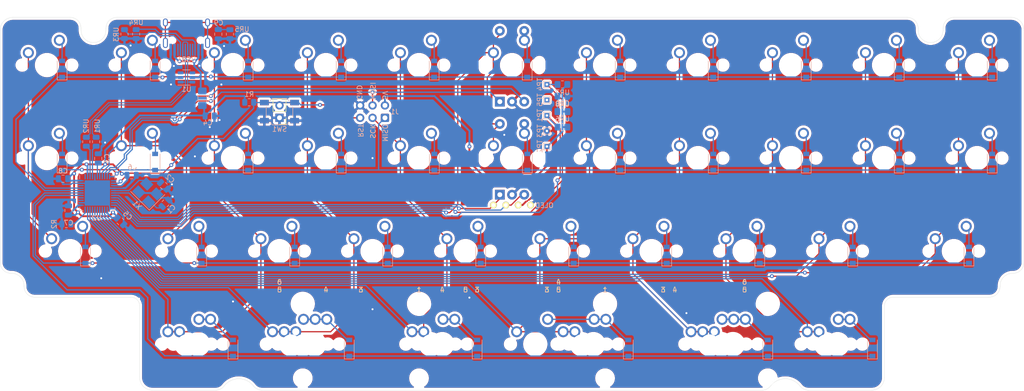
<source format=kicad_pcb>
(kicad_pcb (version 20211014) (generator pcbnew)
  (layers (0 "F.Cu" signal) (31 "B.Cu" signal) (34 "B.Paste" user) (35 "F.Paste" user) (36 "B.SilkS" user "B.Silkscreen") (37 "F.SilkS" user "F.Silkscreen") (38 "B.Mask" user) (39 "F.Mask" user) (44 "Edge.Cuts" user))
  (net 0 "")
  (net 1 "Net-(C1-Pad1)")
  (net 2 "GND")
  (net 3 "Net-(C2-Pad1)")
  (net 4 "Net-(C3-Pad1)")
  (net 5 "+5V")
  (net 6 "row0")
  (net 7 "Net-(D_SPACE1-Pad2)")
  (net 8 "Net-(D_SPACE2-Pad2)")
  (net 9 "Net-(D_SPACE3-Pad2)")
  (net 10 "Net-(D_SPACE4-Pad2)")
  (net 11 "Net-(D_SPACE5-Pad2)")
  (net 12 "Net-(D_SPACE6-Pad2)")
  (net 13 "Net-(D_SPACE7-Pad2)")
  (net 14 "Net-(D_SPACE8-Pad2)")
  (net 15 "Net-(D_SPACE9-Pad2)")
  (net 16 "Net-(D_SPACE10-Pad2)")
  (net 17 "Net-(D_SPACE11-Pad2)")
  (net 18 "row1")
  (net 19 "Net-(D_SPACE12-Pad2)")
  (net 20 "Net-(D_SPACE13-Pad2)")
  (net 21 "Net-(D_SPACE14-Pad2)")
  (net 22 "Net-(D_SPACE15-Pad2)")
  (net 23 "Net-(D_SPACE16-Pad2)")
  (net 24 "Net-(D_SPACE17-Pad2)")
  (net 25 "Net-(D_SPACE18-Pad2)")
  (net 26 "Net-(D_SPACE19-Pad2)")
  (net 27 "Net-(D_SPACE20-Pad2)")
  (net 28 "Net-(D_SPACE21-Pad2)")
  (net 29 "Net-(D_SPACE22-Pad2)")
  (net 30 "row2")
  (net 31 "Net-(D_SPACE23-Pad2)")
  (net 32 "Net-(D_SPACE24-Pad2)")
  (net 33 "Net-(D_SPACE25-Pad2)")
  (net 34 "Net-(D_SPACE26-Pad2)")
  (net 35 "Net-(D_SPACE27-Pad2)")
  (net 36 "Net-(D_SPACE29-Pad2)")
  (net 37 "Net-(D_SPACE30-Pad2)")
  (net 38 "Net-(D_SPACE31-Pad2)")
  (net 39 "Net-(D_SPACE32-Pad2)")
  (net 40 "Net-(D_SPACE33-Pad2)")
  (net 41 "row3")
  (net 42 "Net-(D_SPACE35-Pad2)")
  (net 43 "Net-(D_SPACE36-Pad2)")
  (net 44 "Net-(D_SPACE38-Pad2)")
  (net 45 "Net-(D_SPACE39-Pad2)")
  (net 46 "Net-(D_SPACE40-Pad2)")
  (net 47 "VCC")
  (net 48 "col0")
  (net 49 "col1")
  (net 50 "col3")
  (net 51 "col4")
  (net 52 "col5")
  (net 53 "col7")
  (net 54 "col8")
  (net 55 "col9")
  (net 56 "col10")
  (net 57 "col6")
  (net 58 "RST")
  (net 59 "Net-(R2-Pad2)")
  (net 60 "D-")
  (net 63 "D+")
  (net 64 "Net-(U2-Pad3)")
  (net 65 "Net-(U2-Pad4)")
  (net 69 "Net-(UR3-Pad1)")
  (net 70 "Net-(UR4-Pad1)")
  (net 73 "Net-(D_SPACE34-Pad2)")
  (net 74 "encB")
  (net 75 "encA")
  (net 76 "SDA")
  (net 77 "SCL")
  (net 78 "Net-(C9-Pad2)")
  (net 79 "col2")
  (net 81 "Net-(C10-Pad2)")
  (net 82 "PD5")
  (net 83 "PD2")
  (footprint "MX_Only:MXOnly-1U-NoLED" (layer "F.Cu") (at 119.0625 65.88125)
    (fp_text reference "K_SPACE4")
    (fp_text value "KEYSW")
  )
  (footprint "MX_Only:MXOnly-1U-NoLED" (layer "F.Cu") (at 157.1625 84.93125)
    (fp_text reference "K_SPACE17")
    (fp_text value "KEYSW")
  )
  (footprint "MX_Only:MXOnly-1U-NoLED" (layer "F.Cu") (at 185.7375 103.98125)
    (fp_text reference "K_SPACE30")
    (fp_text value "KEYSW")
  )
  (footprint "Connector_PinHeader_2.54mm:PinHeader_1x02_P2.54mm_Vertical" (layer "F.Cu") (at 109.537501 76.67625 180)
    (fp_text reference "SW5")
    (fp_text value "SW_PUSH")
  )
  (footprint "MX_Only:MXOnly-1.5U-NoLED" (layer "F.Cu") (at 171.45 123.03125)
    (fp_text reference "K_SPACE28")
    (fp_text value "KEYSW")
  )
  (footprint "MX_Only:MXOnly-1.25U-NoLED" (layer "F.Cu") (at 92.86875 123.03125)
    (fp_text reference "K_SPACE37")
    (fp_text value "KEYSW")
  )
  (footprint "MX_Only:MXOnly-1U-NoLED" (layer "F.Cu") (at 214.3125 65.88125)
    (fp_text reference "K_SPACE9")
    (fp_text value "KEYSW")
  )
  (footprint "MX_Only:MXOnly-1U-NoLED" (layer "F.Cu") (at 233.3625 84.93125)
    (fp_text reference "K_SPACE21")
    (fp_text value "KEYSW")
  )
  (footprint "MX_Only:MXOnly-1.5U-NoLED" (layer "F.Cu") (at 247.65 103.98125)
    (fp_text reference "K_SPACE33")
    (fp_text value "KEYSW")
  )
  (footprint "MX_Only:MXOnly-1.25U-NoLED" (layer "F.Cu") (at 202.40625 123.03125)
    (fp_text reference "K_SPACE41")
    (fp_text value "KEYSW")
  )
  (footprint "MX_Only:MXOnly-3U-ReversedStabilizers-NoSwitch" (layer "F.Cu") (at 157.1625 123.03125)
    (fp_text reference "K_SPACE40")
    (fp_text value "KEYSW")
  )
  (footprint "MX_Only:MXOnly-1U-NoLED" (layer "F.Cu") (at 119.0625 84.93125)
    (fp_text reference "K_SPACE15")
    (fp_text value "KEYSW")
  )
  (footprint "MX_Only:MXOnly-1U-NoLED" (layer "F.Cu") (at 114.3 123.03125)
    (fp_text reference "K_SPACE44")
    (fp_text value "KEYSW")
  )
  (footprint "MX_Only:MXOnly-1U-NoLED" (layer "F.Cu") (at 233.3625 65.88125)
    (fp_text reference "K_SPACE10")
    (fp_text value "KEYSW")
  )
  (footprint "MX_Only:MXOnly-1.25U-NoLED" (layer "F.Cu") (at 111.91875 123.03125)
    (fp_text reference "K_SPACE34")
    (fp_text value "KEYSW")
  )
  (footprint "MX_Only:MXOnly-1U-NoLED" (layer "F.Cu") (at 80.9625 65.88125)
    (fp_text reference "K_SPACE2")
    (fp_text value "KEYSW")
  )
  (footprint "MX_Only:MXOnly-1.25U-NoLED" (layer "F.Cu") (at 197.64375 123.03125)
    (fp_text reference "K_SPACE36")
    (fp_text value "KEYSW")
  )
  (footprint "MX_Only:MXOnly-1U-NoLED" (layer "F.Cu") (at 200.025 123.03125)
    (fp_text reference "K_SPACE47")
    (fp_text value "KEYSW")
  )
  (footprint "MX_Only:MXOnly-1U-NoLED" (layer "F.Cu") (at 100.0125 84.93125)
    (fp_text reference "K_SPACE14")
    (fp_text value "KEYSW")
  )
  (footprint "MX_Only:MXOnly-1U-NoLED" (layer "F.Cu") (at 223.8375 103.98125)
    (fp_text reference "K_SPACE32")
    (fp_text value "KEYSW")
  )
  (footprint "encoder:RotaryEncoder_Alps_EC11E-Switch_Vertical_H20mm" (layer "F.Cu") (at 154.6625 73.374486 90)
    (fp_text reference "SW2")
    (fp_text value "RotaryEncoder_Switch")
  )
  (footprint "encoder:RotaryEncoder_Alps_EC11E-Switch_Vertical_H20mm" (layer "F.Cu") (at 154.6625 92.428031 90)
    (fp_text reference "SW3")
    (fp_text value "RotaryEncoder_Switch")
  )
  (footprint "Button_Switch_SMD:SW_SPST_SKQG_WithoutStem" (layer "F.Cu") (at 109.537501 75.406249 180)
    (fp_text reference "SW6")
    (fp_text value "SW_PUSH")
  )
  (footprint "MX_Only:MXOnly-1.75U-NoLED" (layer "F.Cu") (at 140.49375 123.03125)
    (fp_text reference "K_SPACE45")
    (fp_text value "KEYSW")
  )
  (footprint "MX_Only:MXOnly-1U-NoLED" (layer "F.Cu") (at 128.5875 103.98125)
    (fp_text reference "K_SPACE26")
    (fp_text value "KEYSW")
  )
  (footprint "MX_Only:MXOnly-1U-NoLED" (layer "F.Cu") (at 109.5375 103.98125)
    (fp_text reference "K_SPACE25")
    (fp_text value "KEYSW")
  )
  (footprint "MX_Only:MXOnly-1U-NoLED" (layer "F.Cu") (at 195.2625 65.88125)
    (fp_text reference "K_SPACE8")
    (fp_text value "KEYSW")
  )
  (footprint "MX_Only:MXOnly-6U-Centered-ReversedStabilizers-NoLED" (layer "F.Cu") (at 161.925 123.03125)
    (fp_text reference "K_SPACE46")
    (fp_text value "KEYSW")
  )
  (footprint "MX_Only:MXOnly-1U-NoLED" (layer "F.Cu") (at 90.4875 123.03125)
    (fp_text reference "K_SPACE43")
    (fp_text value "KEYSW")
  )
  (footprint "MX_Only:MXOnly-1U-NoLED" (layer "F.Cu") (at 214.3125 84.93125)
    (fp_text reference "K_SPACE20")
    (fp_text value "KEYSW")
  )
  (footprint "MX_Only:MXOnly-1U-NoLED" (layer "F.Cu") (at 223.8375 123.03125)
    (fp_text reference "K_SPACE48")
    (fp_text value "KEYSW")
  )
  (footprint "kbd:OLED_v2" (layer "F.Cu") (at 157.1625 94.554586)
    (fp_text reference "OL1")
    (fp_text value "OLED" hide)
  )
  (footprint "MX_Only:MXOnly-1.25U-NoLED" (layer "F.Cu") (at 116.68125 123.03125)
    (fp_text reference "K_SPACE38")
    (fp_text value "KEYSW")
  )
  (footprint "MX_Only:MXOnly-1U-NoLED" (layer "F.Cu") (at 252.4125 65.88125)
    (fp_text reference "K_SPACE11")
    (fp_text value "KEYSW")
  )
  (footprint "MX_Only:MXOnly-1U-NoLED" (layer "F.Cu") (at 195.2625 84.93125)
    (fp_text reference "K_SPACE19")
    (fp_text value "KEYSW")
  )
  (footprint "MX_Only:MXOnly-1.5U-NoLED" (layer "F.Cu") (at 142.875 123.03125)
    (fp_text reference "K_SPACE39")
    (fp_text value "KEYSW")
  )
  (footprint "MX_Only:MXOnly-1.5U-NoLED" (layer "F.Cu") (at 66.675 103.98125)
    (fp_text reference "K_SPACE23")
    (fp_text value "KEYSW")
  )
  (footprint "MX_Only:MXOnly-1U-NoLED" (layer "F.Cu") (at 138.1125 84.93125)
    (fp_text reference "K_SPACE16")
    (fp_text value "KEYSW")
  )
  (footprint "MX_Only:MXOnly-1U-NoLED" (layer "F.Cu") (at 61.9125 84.93125)
    (fp_text reference "K_SPACE12")
    (fp_text value "KEYSW")
  )
  (footprint "MX_Only:MXOnly-1U-NoLED" (layer "F.Cu") (at 252.4125 84.93125)
    (fp_text reference "K_SPACE22")
    (fp_text value "KEYSW")
  )
  (footprint "MX_Only:MXOnly-1.25U-NoLED" (layer "F.Cu") (at 221.45625 123.03125)
    (fp_text reference "K_SPACE42")
    (fp_text value "KEYSW")
  )
  (footprint "MX_Only:MXOnly-1U-NoLED" (layer "F.Cu") (at 100.0125 65.88125)
    (fp_text reference "K_SPACE3")
    (fp_text value "KEYSW")
  )
  (footprint "MX_Only:MXOnly-1U-NoLED" (layer "F.Cu") (at 176.2125 65.88125)
    (fp_text reference "K_SPACE7")
    (fp_text value "KEYSW")
  )
  (footprint "MX_Only:MXOnly-1U-NoLED" (layer "F.Cu") (at 157.1625 65.88125)
    (fp_text reference "K_SPACE6")
    (fp_text value "KEYSW")
  )
  (footprint "MX_Only:MXOnly-1U-NoLED" (layer "F.Cu") (at 166.6875 103.98125)
    (fp_text reference "K_SPACE29")
    (fp_text value "KEYSW")
  )
  (footprint "MX_Only:MXOnly-1U-NoLED" (layer "F.Cu") (at 138.1125 65.88125)
    (fp_text reference "K_SPACE5")
    (fp_text value "KEYSW")
  )
  (footprint "MX_Only:MXOnly-1.75U-NoLED" (layer "F.Cu") (at 173.83125 123.03125)
    (fp_text reference "K_SPACE35")
    (fp_text value "KEYSW")
  )
  (footprint "MX_Only:MXOnly-1U-NoLED" (layer "F.Cu") (at 147.6375 103.98125)
    (fp_text reference "K_SPACE27")
    (fp_text value "KEYSW")
  )
  (footprint "MX_Only:MXOnly-1U-NoLED" (layer "F.Cu") (at 90.4875 103.98125)
    (fp_text reference "K_SPACE24")
    (fp_text value "KEYSW")
  )
  (footprint "MX_Only:MXOnly-1U-NoLED" (layer "F.Cu") (at 176.2125 84.93125)
    (fp_text reference "K_SPACE18")
    (fp_text value "KEYSW")
  )
  (footprint "MX_Only:MXOnly-1U-NoLED" (layer "F.Cu") (at 204.7875 103.98125)
    (fp_text reference "K_SPACE31")
    (fp_text value "KEYSW")
  )
  (footprint "MX_Only:MXOnly-1U-NoLED" (layer "F.Cu") (at 61.9125 65.88125)
    (fp_text reference "K_SPACE1")
    (fp_text value "KEYSW")
  )
  (footprint "MX_Only:MXOnly-1U-NoLED" (layer "F.Cu") (at 80.9625 84.93125)
    (fp_text reference "K_SPACE13")
    (fp_text value "KEYSW")
  )
  (footprint "Diode_SMD:D_SOD-123" (layer "B.Cu") (at 160.29844 85.725 90)
    (fp_text reference "D_SPACE17")
    (fp_text value "D")
  )
  (footprint "Diode_SMD:D_SOD-123" (layer "B.Cu") (at 100.0125 123.825 90)
    (fp_text reference "D_SPACE34")
    (fp_text value "D")
  )
  (footprint "Diode_SMD:D_SOD-123" (layer "B.Cu") (at 141.212656 66.675 90)
    (fp_text reference "D_SPACE5")
    (fp_text value "D")
  )
  (footprint "Diode_SMD:D_SOD-123" (layer "B.Cu") (at 65.014844 66.675 90)
    (fp_text reference "D_SPACE1")
    (fp_text value "D")
  )
  (footprint "Diode_SMD:D_SOD-123" (layer "B.Cu") (at 226.942192 104.775 90)
    (fp_text reference "D_SPACE32")
    (fp_text value "D")
  )
  (footprint "Crystal:Crystal_SMD_3225-4Pin_3.2x2.5mm_HandSoldering" (layer "B.Cu") (at 82.55 92.075 135)
    (fp_text reference "X1")
    (fp_text value "Crystal_GND24_Small")
  )
  (footprint "Diode_SMD:D_SOD-123" (layer "B.Cu") (at 150.01875 123.825 90)
    (fp_text reference "D_SPACE36")
    (fp_text value "D")
  )
  (footprint "TestPoint:TestPoint_THTPad_1.0x1.0mm_Drill0.5mm" (layer "B.Cu") (at 164.30625 76.2 -90)
    (fp_text reference "TP1")
    (fp_text value "TPCLK")
  )
  (footprint "Package_TO_SOT_SMD:SOT-23-6" (layer "B.Cu") (at 90.4875 68.41875)
    (fp_text reference "U1")
    (fp_text value "SRV05-4")
  )
  (footprint "Resistor_SMD:R_0805_2012Metric" (layer "B.Cu") (at 99.38258 59.55125 -90)
    (fp_text reference "UR5")
    (fp_text value "1M")
  )
  (footprint "Fuse:Fuse_1206_3216Metric_Pad1.42x1.75mm_HandSolder" (layer "B.Cu") (at 93.735235 72.673285 -90)
    (fp_text reference "F1")
    (fp_text value "Polyfuse_Small")
  )
  (footprint "TestPoint:TestPoint_THTPad_1.0x1.0mm_Drill0.5mm" (layer "B.Cu") (at 164.30625 69.85 -90)
    (fp_text reference "TP4")
    (fp_text value "TPDATA")
  )
  (footprint "Diode_SMD:D_SOD-123" (layer "B.Cu") (at 180.975 123.825 90)
    (fp_text reference "D_SPACE38")
    (fp_text value "D")
  )
  (footprint "Diode_SMD:D_SOD-123" (layer "B.Cu") (at 112.63971 104.775 90)
    (fp_text reference "D_SPACE25")
    (fp_text value "D")
  )
  (footprint "Resistor_SMD:R_0805_2012Metric" (layer "B.Cu") (at 77.7875 59.53125 -90)
    (fp_text reference "UR3")
    (fp_text value "5.1k")
  )
  (footprint "Diode_SMD:D_SOD-123" (layer "B.Cu") (at 179.340628 85.725 90)
    (fp_text reference "D_SPACE18")
    (fp_text value "D")
  )
  (footprint "Package_DFN_QFN:QFN-44-1EP_7x7mm_P0.5mm_EP5.2x5.2mm" (layer "B.Cu") (at 72.23125 92.075 -90)
    (fp_text reference "U2")
    (fp_text value "ATmega32U4-M")
  )
  (footprint "Diode_SMD:D_SOD-123" (layer "B.Cu") (at 217.410468 66.675 90)
    (fp_text reference "D_SPACE9")
    (fp_text value "D")
  )
  (footprint "Diode_SMD:D_SOD-123" (layer "B.Cu") (at 84.064297 85.725 90)
    (fp_text reference "D_SPACE13")
    (fp_text value "D")
  )
  (footprint "Capacitor_SMD:C_0805_2012Metric" (layer "B.Cu") (at 85.846999 90.609499 -45)
    (fp_text reference "C2")
    (fp_text value "22p")
  )
  (footprint "Capacitor_SMD:C_0805_2012Metric" (layer "B.Cu") (at 95.251355 76.295266)
    (fp_text reference "C4")
    (fp_text value "10uF")
  )
  (footprint "Diode_SMD:D_SOD-123" (layer "B.Cu") (at 123.825 123.825 90)
    (fp_text reference "D_SPACE35")
    (fp_text value "D")
  )
  (footprint "Diode_SMD:D_SOD-123" (layer "B.Cu") (at 65.014844 85.725 90)
    (fp_text reference "D_SPACE12")
    (fp_text value "D")
  )
  (footprint "Diode_SMD:D_SOD-123" (layer "B.Cu") (at 169.790949 104.775 90)
    (fp_text reference "D_SPACE29")
    (fp_text value "D")
  )
  (footprint "Capacitor_SMD:C_0805_2012Metric_Pad1.18x1.45mm_HandSolder" (layer "B.Cu") (at 167.48125 75.40625 180)
    (fp_text reference "C10")
    (fp_text value "2.2uF")
  )
  (footprint "TestPoint:TestPoint_THTPad_1.0x1.0mm_Drill0.5mm" (layer "B.Cu") (at 164.30625 82.55 -90)
    (fp_text reference "TP2")
    (fp_text value "TPVCC")
  )
  (footprint "Diode_SMD:D_SOD-123" (layer "B.Cu") (at 84.064297 66.675 90)
    (fp_text reference "D_SPACE2")
    (fp_text value "D")
  )
  (footprint "TestPoint:TestPoint_THTPad_1.0x1.0mm_Drill0.5mm" (layer "B.Cu") (at 164.30625 79.375 -90)
    (fp_text reference "TP3")
    (fp_text value "TPGND")
  )
  (footprint "Resistor_SMD:R_0805_2012Metric" (layer "B.Cu") (at 71.972829 81.585802 -90)
    (fp_text reference "UR1")
    (fp_text value "22")
  )
  (footprint "Diode_SMD:D_SOD-123" (layer "B.Cu") (at 217.425004 85.725 90)
    (fp_text reference "D_SPACE20")
    (fp_text value "D")
  )
  (footprint "Diode_SMD:D_SOD-123" (layer "B.Cu") (at 93.589297 104.775 90)
    (fp_text reference "D_SPACE24")
    (fp_text value "D")
  )
  (footprint "Diode_SMD:D_SOD-123" (layer "B.Cu") (at 236.467192 85.725 90)
    (fp_text reference "D_SPACE21")
    (fp_text value "D")
  )
  (footprint "Diode_SMD:D_SOD-123" (layer "B.Cu") (at 122.163203 85.725 90)
    (fp_text reference "D_SPACE15")
    (fp_text value "D")
  )
  (footprint "Diode_SMD:D_SOD-123" (layer "B.Cu") (at 131.690123 104.775 90)
    (fp_text reference "D_SPACE26")
    (fp_text value "D")
  )
  (footprint "Resistor_SMD:R_0805_2012Metric" (layer "B.Cu") (at 65.88125 98.425)
    (fp_text reference "R2")
    (fp_text value "10k")
  )
  (footprint "Diode_SMD:D_SOD-123" (layer "B.Cu") (at 141.256252 85.725 90)
    (fp_text reference "D_SPACE16")
    (fp_text value "D")
  )
  (footprint "Diode_SMD:D_SOD-123" (layer "B.Cu") (at 103.11375 85.725 90)
    (fp_text reference "D_SPACE14")
    (fp_text value "D")
  )
  (footprint "TestPoint:TestPoint_THTPad_1.0x1.0mm_Drill0.5mm" (layer "B.Cu") (at 164.30625 73.025 -90)
    (fp_text reference "TP5")
    (fp_text value "TPRST")
  )
  (footprint "Diode_SMD:D_SOD-123" (layer "B.Cu") (at 188.841362 104.775 90)
    (fp_text reference "D_SPACE30")
    (fp_text value "D")
  )
  (footprint "Resistor_SMD:R_0805_2012Metric_Pad1.20x1.40mm_HandSolder" (layer "B.Cu") (at 167.48125 72.23125)
    (fp_text reference "UR8")
    (fp_text value "100k")
  )
  (footprint "Button_Switch_SMD:SW_SPST_SKQG_WithoutStem" (layer "B.Cu") (at 109.537501 75.406249)
    (fp_text reference "SW1")
    (fp_text value "SW_PUSH")
  )
  (footprint "Capacitor_SMD:C_0805_2012Metric" (layer "B.Cu") (at 79.253338 88.438791)
    (fp_text reference "C6")
    (fp_text value "0.1uf")
  )
  (footprint "Diode_SMD:D_SOD-123" (layer "B.Cu") (at 122.163203 66.675 90)
    (fp_text reference "D_SPACE4")
    (fp_text value "D")
  )
  (footprint "Capacitor_SMD:C_0805_2012Metric" (layer "B.Cu") (at 86.172105 94.191636 45)
    (fp_text reference "C1")
    (fp_text value "22p")
  )
  (footprint "Diode_SMD:D_SOD-123" (layer "B.Cu") (at 255.509381 66.675 90)
    (fp_text reference "D_SPACE11")
    (fp_text value "D")
  )
  (footprint "Capacitor_SMD:C_0805_2012Metric" (layer "B.Cu") (at 65.196724 89.155308 180)
    (fp_text reference "C8")
    (fp_text value "0.1uf")
  )
  (footprint "Resistor_SMD:R_0805_2012Metric" (layer "B.Cu") (at 69.972829 81.585804 -90)
    (fp_text reference "UR2")
    (fp_text value "22")
  )
  (footprint "Diode_SMD:D_SOD-123" (layer "B.Cu") (at 236.459921 66.675 90)
    (fp_text reference "D_SPACE10")
    (fp_text value "D")
  )
  (footprint "Diode_SMD:D_SOD-123" (layer "B.Cu") (at 230.98125 123.825 90)
    (fp_text reference "D_SPACE40")
    (fp_text value "D")
  )
  (footprint "Resistor_SMD:R_0805_2012Metric_Pad1.20x1.40mm_HandSolder" (layer "B.Cu") (at 167.48125 69.85)
    (fp_text reference "UR7")
    (fp_text value "4.7k")
  )
  (footprint "Diode_SMD:D_SOD-123" (layer "B.Cu") (at 198.361015 66.675 90)
    (fp_text reference "D_SPACE8")
    (fp_text value "D")
  )
  (footprint "Diode_SMD:D_SOD-123" (layer "B.Cu") (at 209.55 123.825 90)
    (fp_text reference "D_SPACE39")
    (fp_text value "D")
  )
  (footprint "Capacitor_SMD:C_0805_2012Metric" (layer "B.Cu") (at 72.412124 84.994574 90)
    (fp_text reference "C3")
    (fp_text value "1uf")
  )
  (footprint "Diode_SMD:D_SOD-123" (layer "B.Cu") (at 103.11375 66.675 90)
    (fp_text reference "D_SPACE3")
    (fp_text value "D")
  )
  (footprint "Capacitor_SMD:C_0805_2012Metric" (layer "B.Cu") (at 76.94912 97.88987 -45)
    (fp_text reference "C5")
    (fp_text value "0.1uf")
  )
  (footprint "Capacitor_SMD:C_0805_2012Metric" (layer "B.Cu") (at 66.318507 95.651211 90)
    (fp_text reference "C7")
    (fp_text value "0.1uf")
  )
  (footprint "Diode_SMD:D_SOD-123" (layer "B.Cu") (at 150.740536 104.775 90)
    (fp_text reference "D_SPACE27")
    (fp_text value "D")
  )
  (footprint "Diode_SMD:D_SOD-123" (layer "B.Cu") (at 69.787601 104.775 90)
    (fp_text reference "D_SPACE23")
    (fp_text value "D")
  )
  (footprint "Diode_SMD:D_SOD-123" (layer "B.Cu") (at 207.891775 104.775 90)
    (fp_text reference "D_SPACE31")
    (fp_text value "D")
  )
  (footprint "Diode_SMD:D_SOD-123" (layer "B.Cu") (at 179.311562 66.675 90)
    (fp_text reference "D_SPACE7")
    (fp_text value "D")
  )
  (footprint "Resistor_SMD:R_0805_2012Metric_Pad1.20x1.40mm_HandSolder" (layer "B.Cu") (at 167.48125 78.58125 180)
    (fp_text reference "UR6")
    (fp_text value "4.7k")
  )
  (footprint "Capacitor_SMD:C_0805_2012Metric" (layer "B.Cu") (at 97.00133 59.55125 90)
    (fp_text reference "C9")
    (fp_text value "4.7uF")
  )
  (footprint "Diode_SMD:D_SOD-123" (layer "B.Cu") (at 250.745349 104.775 90)
    (fp_text reference "D_SPACE33")
    (fp_text value "D")
  )
  (footprint "Type-C:HRO-TYPE-C-31-M-12-HandSoldering" (layer "B.Cu") (at 90.4875 54.548938)
    (fp_text reference "USB1")
    (fp_text value "HRO-TYPE-C-31-M-12")
  )
  (footprint "Resistor_SMD:R_0805_2012Metric" (layer "B.Cu") (at 103.330218 73.506249 180)
    (fp_text reference "R1")
    (fp_text value "10k")
  )
  (footprint "Connector_IDC:IDC-Header_2x03_P2.54mm_Vertical" (layer "B.Cu") (at 131.1325 76.684856 90)
    (fp_text reference "J1")
    (fp_text value "AVR-ISP-6")
  )
  (footprint "Diode_SMD:D_SOD-123" (layer "B.Cu") (at 198.382816 85.725 90)
    (fp_text reference "D_SPACE19")
    (fp_text value "D")
  )
  (footprint "Diode_SMD:D_SOD-123" (layer "B.Cu") (at 255.509381 85.725 90)
    (fp_text reference "D_SPACE22")
    (fp_text value "D")
  )
  (footprint "Resistor_SMD:R_0805_2012Metric" (layer "B.Cu") (at 80.16875 59.53125 -90)
    (fp_text reference "UR4")
    (fp_text value "5.1k")
  )
  (footprint "Diode_SMD:D_SOD-123" (layer "B.Cu") (at 160.262109 66.675 90)
    (fp_text reference "D_SPACE6")
    (fp_text value "D")
  )
  (gr_line (start 80.891375 115.213518) (end 80.891375 129.863517) (layer "Edge.Cuts") (width 0.05))
  (gr_line (start 52.316375 58.713518) (end 52.316375 106.322518) (layer "Edge.Cuts") (width 0.05))
  (gr_arc (start 98.198667 131.607615) (mid 97.427306 132.237982) (end 96.457 132.463518) (layer "Edge.Cuts") (width 0.05))
  (gr_arc (start 52.316375 58.713518) (mid 53.077897 56.87504) (end 54.916375 56.113517) (layer "Edge.Cuts") (width 0.05))
  (gr_line (start 262.016375 106.322518) (end 262.016375 58.713518) (layer "Edge.Cuts") (width 0.05))
  (gr_arc (start 73.991375 58.313518) (mid 74.63574 56.757883) (end 76.191374 56.113517) (layer "Edge.Cuts") (width 0.05))
  (gr_line (start 259.67575 108.522518) (end 259.816375 108.522518) (layer "Edge.Cuts") (width 0.05))
  (gr_arc (start 257.125749 111.213517) (mid 256.481385 112.769152) (end 254.92575 113.413516) (layer "Edge.Cuts") (width 0.05))
  (gr_arc (start 210.117416 131.607615) (mid 213.12575 130.129237) (end 216.134083 131.607615) (layer "Edge.Cuts") (width 0.05))
  (gr_line (start 57.207375 111.072517) (end 57.207375 111.213518) (layer "Edge.Cuts") (width 0.05))
  (gr_arc (start 257.125749 111.072517) (mid 257.872628 109.269395) (end 259.67575 108.522518) (layer "Edge.Cuts") (width 0.05))
  (gr_line (start 54.516375 108.522518) (end 54.657375 108.522518) (layer "Edge.Cuts") (width 0.05))
  (gr_line (start 105.957 132.463518) (end 208.37575 132.463518) (layer "Edge.Cuts") (width 0.05))
  (gr_arc (start 79.091376 113.413517) (mid 80.364167 113.940726) (end 80.891375 115.213518) (layer "Edge.Cuts") (width 0.05))
  (gr_arc (start 98.198667 131.607615) (mid 101.207 130.129238) (end 104.215333 131.607615) (layer "Edge.Cuts") (width 0.05))
  (gr_arc (start 105.957 132.463518) (mid 104.986694 132.237982) (end 104.215333 131.607615) (layer "Edge.Cuts") (width 0.05))
  (gr_arc (start 54.657375 108.522518) (mid 56.460497 109.269396) (end 57.207375 111.072517) (layer "Edge.Cuts") (width 0.05))
  (gr_line (start 59.407375 113.413517) (end 79.091376 113.413517) (layer "Edge.Cuts") (width 0.05))
  (gr_line (start 238.141376 56.113517) (end 93.411943 56.113517) (layer "Edge.Cuts") (width 0.05))
  (gr_line (start 87.581943 56.113517) (end 76.191374 56.113517) (layer "Edge.Cuts") (width 0.05))
  (gr_line (start 233.441375 129.863517) (end 233.441375 115.213518) (layer "Edge.Cuts") (width 0.05))
  (gr_line (start 257.125749 111.213517) (end 257.125749 111.072517) (layer "Edge.Cuts") (width 0.05))
  (gr_arc (start 262.016375 106.322518) (mid 261.37201 107.878153) (end 259.816375 108.522518) (layer "Edge.Cuts") (width 0.05))
  (gr_arc (start 83.491375 132.463518) (mid 81.652897 131.701996) (end 80.891375 129.863517) (layer "Edge.Cuts") (width 0.05))
  (gr_line (start 259.416374 56.113517) (end 247.641375 56.113519) (layer "Edge.Cuts") (width 0.05))
  (gr_arc (start 66.691375 56.113519) (mid 68.24701 56.757883) (end 68.891374 58.313518) (layer "Edge.Cuts") (width 0.05))
  (gr_arc (start 245.441376 58.713517) (mid 242.891377 61.263518) (end 240.341375 58.713518) (layer "Edge.Cuts") (width 0.05))
  (gr_line (start 93.411943 56.113517) (end 87.581943 56.113517) (layer "Edge.Cuts") (width 0.05))
  (gr_arc (start 210.117416 131.607615) (mid 209.346055 132.237981) (end 208.37575 132.463518) (layer "Edge.Cuts") (width 0.05))
  (gr_line (start 235.241374 113.413517) (end 254.92575 113.413516) (layer "Edge.Cuts") (width 0.05))
  (gr_arc (start 233.441375 115.213518) (mid 233.968583 113.940726) (end 235.241374 113.413517) (layer "Edge.Cuts") (width 0.05))
  (gr_line (start 217.87575 132.463518) (end 230.841375 132.463518) (layer "Edge.Cuts") (width 0.05))
  (gr_line (start 66.691375 56.113519) (end 54.916375 56.113517) (layer "Edge.Cuts") (width 0.05))
  (gr_line (start 68.891374 58.713517) (end 68.891374 58.313518) (layer "Edge.Cuts") (width 0.05))
  (gr_arc (start 245.441376 58.313518) (mid 246.085741 56.757884) (end 247.641375 56.113519) (layer "Edge.Cuts") (width 0.05))
  (gr_arc (start 59.407375 113.413517) (mid 57.85174 112.769152) (end 57.207375 111.213518) (layer "Edge.Cuts") (width 0.05))
  (gr_line (start 73.991375 58.313518) (end 73.991375 58.713518) (layer "Edge.Cuts") (width 0.05))
  (gr_line (start 240.341375 58.713518) (end 240.341375 58.313518) (layer "Edge.Cuts") (width 0.05))
  (gr_arc (start 73.991375 58.713518) (mid 71.441374 61.26349) (end 68.891374 58.713517) (layer "Edge.Cuts") (width 0.05))
  (gr_arc (start 233.441375 129.863517) (mid 232.679853 131.701996) (end 230.841375 132.463518) (layer "Edge.Cuts") (width 0.05))
  (gr_arc (start 238.141376 56.113517) (mid 239.697011 56.757883) (end 240.341375 58.313518) (layer "Edge.Cuts") (width 0.05))
  (gr_arc (start 259.416374 56.113517) (mid 261.254854 56.875038) (end 262.016375 58.713518) (layer "Edge.Cuts") (width 0.05))
  (gr_line (start 83.491375 132.463518) (end 96.457 132.463518) (layer "Edge.Cuts") (width 0.05))
  (gr_arc (start 217.87575 132.463518) (mid 216.905444 132.237982) (end 216.134083 131.607615) (layer "Edge.Cuts") (width 0.05))
  (gr_line (start 245.441376 58.313518) (end 245.441376 58.713517) (layer "Edge.Cuts") (width 0.05))
  (gr_arc (start 54.516375 108.522518) (mid 52.96074 107.878153) (end 52.316375 106.322518) (layer "Edge.Cuts") (width 0.05))
  (gr_text "4" (at 190.5 111.91875) (layer "B.SilkS") (effects (font (size 1 1)) (justify mirror)))
  (gr_text "3" (at 126.20625 111.91875) (layer "B.SilkS") (effects (font (size 1 1)) (justify mirror)))
  (gr_text "5" (at 166.6875 111.91875) (layer "B.SilkS") (effects (font (size 1 1)) (justify mirror)))
  (gr_text "6" (at 204.7875 110.33125) (layer "B.SilkS") (effects (font (size 1 1)) (justify mirror)))
  (gr_text "6" (at 109.5375 110.33125) (layer "B.SilkS") (effects (font (size 1 1)) (justify mirror)))
  (gr_text "4" (at 119.0625 111.91875) (layer "B.SilkS") (effects (font (size 1 1)) (justify mirror)))
  (gr_text "3" (at 164.30625 111.91875) (layer "B.SilkS") (effects (font (size 1 1)) (justify mirror)))
  (gr_text "5" (at 204.7875 111.91875) (layer "B.SilkS") (effects (font (size 1 1)) (justify mirror)))
  (gr_text "3" (at 188.11875 111.91875) (layer "B.SilkS") (effects (font (size 1 1)) (justify mirror)))
  (gr_text "5" (at 147.6375 111.91875) (layer "B.SilkS") (effects (font (size 1 1)) (justify mirror)))
  (gr_text "3" (at 150.01875 111.91875) (layer "B.SilkS") (effects (font (size 1 1)) (justify mirror)))
  (gr_text "1" (at 138.1125 111.91875) (layer "B.SilkS") (effects (font (size 1 1)) (justify mirror)))
  (gr_text "4" (at 166.6875 110.33125) (layer "B.SilkS") (effects (font (size 1 1)) (justify mirror)))
  (gr_text "1" (at 176.2125 111.91875) (layer "B.SilkS") (effects (font (size 1 1)) (justify mirror)))
  (gr_text "5" (at 109.5375 111.91875) (layer "B.SilkS") (effects (font (size 1 1)) (justify mirror)))
  (gr_text "4" (at 142.875 111.91875) (layer "B.SilkS") (effects (font (size 1 1)) (justify mirror)))
  (gr_text "1" (at 176.2125 111.91875) (layer "F.SilkS") (effects (font (size 1 1))))
  (gr_text "3" (at 164.30625 111.91875) (layer "F.SilkS") (effects (font (size 1 1))))
  (gr_text "5" (at 166.6875 111.91875) (layer "F.SilkS") (effects (font (size 1 1))))
  (gr_text "1" (at 138.1125 111.91875) (layer "F.SilkS") (effects (font (size 1 1))))
  (gr_text "3" (at 126.20625 111.91875) (layer "F.SilkS") (effects (font (size 1 1))))
  (gr_text "4" (at 166.6875 110.33125) (layer "F.SilkS") (effects (font (size 1 1))))
  (gr_text "3" (at 150.01875 111.91875) (layer "F.SilkS") (effects (font (size 1 1))))
  (gr_text "6" (at 204.7875 110.33125) (layer "F.SilkS") (effects (font (size 1 1))))
  (gr_text "3" (at 188.11875 111.91875) (layer "F.SilkS") (effects (font (size 1 1))))
  (gr_text "5" (at 109.5375 111.91875) (layer "F.SilkS") (effects (font (size 1 1))))
  (gr_text "5" (at 147.6375 111.91875) (layer "F.SilkS") (effects (font (size 1 1))))
  (gr_text "6" (at 109.5375 110.33125) (layer "F.SilkS") (effects (font (size 1 1))))
  (gr_text "4" (at 190.5 111.91875) (layer "F.SilkS") (effects (font (size 1 1))))
  (gr_text "4" (at 119.049571 111.902473) (layer "F.SilkS") (effects (font (size 1 1))))
  (gr_text "5" (at 204.7875 111.91875) (layer "F.SilkS") (effects (font (size 1 1))))
  (gr_text "4" (at 142.875 111.91875) (layer "F.SilkS") (effects (font (size 1 1))))
  (segment (start 82.762132 93.913478) (end 80.550512 93.913478) (width 0.254) (layer "B.Cu") (net 1))
  (segment (start 80.550512 93.913478) (end 78.712034 92.075) (width 0.254) (layer "B.Cu") (net 1))
  (segment (start 85.053249 95.128001) (end 84.380214 95.128001) (width 0.254) (layer "B.Cu") (net 1))
  (segment (start 84.380214 95.128001) (end 83.165691 93.913478) (width 0.254) (layer "B.Cu") (net 1))
  (segment (start 78.712034 92.075) (end 75.56875 92.075) (width 0.254) (layer "B.Cu") (net 1))
  (segment (start 87.905498 66.06683) (end 93.095037 66.06683) (width 0.381) (layer "F.Cu") (net 2))
  (segment (start 93.095037 66.06683) (end 93.136528 66.025339) (width 0.381) (layer "F.Cu") (net 2))
  (via (at 87.3125 69.85) (size 0.8) (drill 0.4) (layers "F.Cu" "B.Cu") (net 2))
  (via (at 128.5875 115.8875) (size 0.8) (drill 0.4) (layers "F.Cu" "B.Cu") (net 2))
  (via (at 98.17606 61.975001) (size 0.8) (drill 0.4) (layers "F.Cu" "B.Cu") (net 2))
  (via (at 100.0125 114.3) (size 0.8) (drill 0.4) (layers "F.Cu" "B.Cu") (net 2))
  (via (at 87.905498 66.06683) (size 0.8) (drill 0.4) (layers "F.Cu" "B.Cu") (net 2))
  (via (at 87.507338 90.298744) (size 0.8) (drill 0.4) (layers "F.Cu" "B.Cu") (net 2))
  (via (at 128.5875 84.93125) (size 0.8) (drill 0.4) (layers "F.Cu" "B.Cu") (net 2))
  (via (at 155.575 80.16875) (size 0.8) (drill 0.4) (layers "F.Cu" "B.Cu") (net 2))
  (via (at 92.205264 84.580399) (size 0.8) (drill 0.4) (layers "F.Cu" "B.Cu") (net 2))
  (via (at 95.25 78.58125) (size 0.8) (drill 0.4) (layers "F.Cu" "B.Cu") (net 2))
  (via (at 73.025 109.5375) (size 0.8) (drill 0.4) (layers "F.Cu" "B.Cu") (net 2))
  (via (at 87.641166 92.804697) (size 0.8) (drill 0.4) (layers "F.Cu" "B.Cu") (net 2))
  (via (at 97.63125 69.85) (size 0.8) (drill 0.4) (layers "F.Cu" "B.Cu") (net 2))
  (via (at 73.81875 81.75625) (size 0.8) (drill 0.4) (layers "F.Cu" "B.Cu") (net 2))
  (via (at 97.266494 77.133118) (size 0.8) (drill 0.4) (layers "F.Cu" "B.Cu") (net 2))
  (via (at 192.88125 116.68125) (size 0.8) (drill 0.4) (layers "F.Cu" "B.Cu") (net 2))
  (via (at 93.136528 66.025339) (size 0.8) (drill 0.4) (layers "F.Cu" "B.Cu") (net 2))
  (via (at 148.43125 113.50625) (size 0.8) (drill 0.4) (layers "F.Cu" "B.Cu") (net 2))
  (via (at 79.03792 61.878898) (size 0.8) (drill 0.4) (layers "F.Cu" "B.Cu") (net 2))
  (segment (start 86.51875 91.28125) (end 87.501256 90.298744) (width 0.381) (layer "B.Cu") (net 2))
  (segment (start 158.635517 90.958902) (end 160.378645 90.958902) (width 0.381) (layer "B.Cu") (net 2))
  (segment (start 71.260857 90.079691) (end 68.518335 90.079691) (width 0.254) (layer "B.Cu") (net 2))
  (segment (start 77.620871 96.984746) (end 75.886125 95.25) (width 0.381) (layer "B.Cu") (net 2))
  (segment (start 74.70473 94.798637) (end 74.70473 94.54848) (width 0.254) (layer "B.Cu") (net 2))
  (segment (start 161.864586 92.444843) (end 161.864586 93.6625) (width 0.381) (layer "B.Cu") (net 2))
  (segment (start 65.378355 90.286939) (end 66.875561 90.286939) (width 0.254) (layer "B.Cu") (net 2))
  (segment (start 160.378645 90.958902) (end 161.864586 92.444843) (width 0.381) (layer "B.Cu") (net 2))
  (segment (start 64.246724 89.155308) (end 65.378355 90.286939) (width 0.381) (layer "B.Cu") (net 2))
  (segment (start 157.1625 92.431919) (end 158.635517 90.958902) (width 0.381) (layer "B.Cu") (net 2))
  (segment (start 87.905498 65.280892) (end 87.2625 64.637894) (width 0.381) (layer "B.Cu") (net 2))
  (segment (start 75.886125 95.25) (end 74.74627 95.25) (width 0.381) (layer "B.Cu") (net 2))
  (segment (start 77.620871 98.561621) (end 77.620871 96.984746) (width 0.381) (layer "B.Cu") (net 2))
  (segment (start 78.01077 91.05798) (end 80.242045 88.826705) (width 0.381) (layer "B.Cu") (net 2))
  (segment (start 75.61069 91.084815) (end 72.868168 91.084815) (width 0.254) (layer "B.Cu") (net 2))
  (segment (start 87.501256 90.298744) (end 87.507338 90.298744) (width 0.381) (layer "B.Cu") (net 2))
  (segment (start 87.383673 67.191642) (end 87.3125 67.262815) (width 0.381) (layer "B.Cu") (net 2))
  (segment (start 94.376404 68.976404) (end 95.25 69.85) (width 0.381) (layer "B.Cu") (net 2))
  (segment (start 94.376404 67.55923) (end 94.376404 68.976404) (width 0.381) (layer "B.Cu") (net 2))
  (segment (start 77.567745 91.05798) (end 78.01077 91.05798) (width 0.381) (layer "B.Cu") (net 2))
  (segment (start 75.676242 91.109039) (end 75.649899 91.082696) (width 0.254) (layer "B.Cu") (net 2))
  (segment (start 87.320007 68.41875) (end 87.3125 68.426257) (width 0.381) (layer "B.Cu") (net 2))
  (segment (start 87.905498 66.669817) (end 87.383673 67.191642) (width 0.381) (layer "B.Cu") (net 2))
  (segment (start 86.393281 93.06931) (end 85.170656 93.06931) (width 0.381) (layer "B.Cu") (net 2))
  (segment (start 93.136528 66.319354) (end 94.376404 67.55923) (width 0.381) (layer "B.Cu") (net 2))
  (segment (start 71.727395 88.741355) (end 71.73125 88.7375) (width 0.254) (layer "B.Cu") (net 2))
  (segment (start 93.136528 66.025339) (end 93.136528 65.227106) (width 0.381) (layer "B.Cu") (net 2))
  (segment (start 74.73125 95.470109) (end 74.73125 94.825157) (width 0.254) (layer "B.Cu") (net 2))
  (segment (start 77.7875 91.082696) (end 77.761157 91.109039) (width 0.254) (layer "B.Cu") (net 2))
  (segment (start 71.359075 94.083024) (end 68.616553 94.083024) (width 0.254) (layer "B.Cu") (net 2))
  (segment (start 73.062849 83.393849) (end 73.062849 82.512151) (width 0.381) (layer "B.Cu") (net 2))
  (segment (start 66.875561 90.286939) (end 67.0855 90.077) (width 0.254) (layer "B.Cu") (net 2))
  (segment (start 74.70473 94.54848) (end 72.23125 92.075) (width 0.254) (layer "B.Cu") (net 2))
  (segment (start 89.2875 68.41875) (end 87.320007 68.41875) (width 0.381) (layer "B.Cu") (net 2))
  (segment (start 87.3125 68.426257) (end 87.3125 69.85) (width 0.381) (layer "B.Cu") (net 2))
  (segment (start 72.412124 84.044574) (end 73.062849 83.393849) (width 0.381) (layer "B.Cu") (net 2))
  (segment (start 85.39436 91.28125) (end 86.51875 91.28125) (width 0.381) (layer "B.Cu") (net 2))
  (segment (start 84.388478 92.287132) (end 85.39436 91.28125) (width 0.381) (layer "B.Cu") (net 2))
  (segment (start 95.25 69.85) (end 97.63125 69.85) (width 0.381) (layer "B.Cu") (net 2))
  (segment (start 87.641166 92.804697) (end 86.925978 93.519885) (width 0.381) (layer "B.Cu") (net 2))
  (segment (start 87.3125 67.262815) (end 87.3125 68.426257) (width 0.381) (layer "B.Cu") (net 2))
  (segment (start 93.136528 66.025339) (end 93.136528 66.319354) (width 0.381) (layer "B.Cu") (net 2))
  (segment (start 80.928892 92.080238) (end 84.181584 92.080238) (width 0.381) (layer "B.Cu") (net 2))
  (segment (start 73.062849 82.512151) (end 73.81875 81.75625) (width 0.381) (layer "B.Cu") (net 2))
  (segment (start 77.761157 91.109039) (end 75.676242 91.109039) (width 0.254) (layer "B.Cu") (net 2))
  (segment (start 93.7125 64.659256) (end 93.7125 62.96375) (width 0.381) (layer "B.Cu") (net 2))
  (segment (start 74.73125 94.825157) (end 74.70473 94.798637) (width 0.254) (layer "B.Cu") (net 2))
  (segment (start 87.905498 66.06683) (end 87.905498 65.280892) (width 0.381) (layer "B.Cu") (net 2))
  (segment (start 93.136528 65.227106) (end 93.704905 64.658729) (width 0.381) (layer "B.Cu") (net 2))
  (segment (start 87.905498 66.06683) (end 87.905498 66.669817) (width 0.381) (layer "B.Cu") (net 2))
  (segment (start 87.2625 64.637894) (end 87.2625 62.743938) (width 0.381) (layer "B.Cu") (net 2))
  (segment (start 85.170656 93.06931) (end 84.388478 92.287132) (width 0.381) (layer "B.Cu") (net 2))
  (segment (start 67.0855 90.077) (end 68.89375 90.077) (width 0.254) (layer "B.Cu") (net 2))
  (segment (start 161.864586 93.6625) (end 160.9725 94.554586) (width 0.381) (layer "B.Cu") (net 2))
  (segment (start 71.727395 91.483877) (end 71.727395 88.741355) (width 0.254) (layer "B.Cu") (net 2))
  (segment (start 86.843856 93.519885) (end 86.393281 93.06931) (width 0.381) (layer "B.Cu") (net 2))
  (segment (start 80.760997 89.49406) (end 78.680057 91.575) (width 0.254) (layer "B.Cu") (net 3))
  (segment (start 81.595406 89.49406) (end 80.760997 89.49406) (width 0.254) (layer "B.Cu") (net 3))
  (segment (start 82.88064 89.69375) (end 84.93125 89.69375) (width 0.254) (layer "B.Cu") (net 3))
  (segment (start 78.680057 91.575) (end 75.56875 91.575) (width 0.254) (layer "B.Cu") (net 3))
  (segment (start 82.337868 90.236522) (end 81.595406 89.49406) (width 0.254) (layer "B.Cu") (net 3))
  (segment (start 72.23125 88.7375) (end 72.23125 86.125448) (width 0.254) (layer "B.Cu") (net 4))
  (segment (start 164.30625 86.51875) (end 164.30625 82.55) (width 0.381) (layer "F.Cu") (net 5))
  (segment (start 161.925 88.9) (end 161.925 92.219043) (width 0.381) (layer "F.Cu") (net 5))
  (segment (start 74.648845 96.8375) (end 75.435208 96.051137) (width 0.381) (layer "F.Cu") (net 5))
  (segment (start 161.925 88.9) (end 164.30625 86.51875) (width 0.381) (layer "F.Cu") (net 5))
  (segment (start 68.2625 96.04375) (end 67.46875 95.25) (width 0.381) (layer "F.Cu") (net 5))
  (segment (start 160.042411 93.810917) (end 159.298742 94.554586) (width 0.381) (layer "F.Cu") (net 5))
  (segment (start 69.041525 86.20998) (end 67.46875 87.782755) (width 0.381) (layer "F.Cu") (net 5))
  (segment (start 148.43125 82.55) (end 148.43125 85.725) (width 0.381) (layer "F.Cu") (net 5))
  (segment (start 70.15877 86.20998) (end 70.00475 86.20998) (width 0.381) (layer "F.Cu") (net 5))
  (segment (start 67.46875 95.25) (end 67.46875 88.10625) (width 0.381) (layer "F.Cu") (net 5))
  (segment (start 148.43125 85.725) (end 151.60625 88.9) (width 0.381) (layer "F.Cu") (net 5))
  (segment (start 73.81875 86.20998) (end 75.420975 86.20998) (width 0.381) (layer "F.Cu") (net 5))
  (segment (start 160.042411 93.810917) (end 160.208289 93.810917) (width 0.254) (layer "F.Cu") (net 5))
  (segment (start 70.15877 86.20998) (end 69.041525 86.20998) (width 0.381) (layer "F.Cu") (net 5))
  (segment (start 68.2625 96.04375) (end 69.05625 96.8375) (width 0.381) (layer "F.Cu") (net 5))
  (segment (start 67.46875 87.782755) (end 67.46875 88.10625) (width 0.381) (layer "F.Cu") (net 5))
  (segment (start 77.245006 88.034011) (end 77.245006 88.151753) (width 0.381) (layer "F.Cu") (net 5))
  (segment (start 73.81875 86.20998) (end 70.15877 86.20998) (width 0.381) (layer "F.Cu") (net 5))
  (segment (start 75.420975 86.20998) (end 77.245006 88.034011) (width 0.381) (layer "F.Cu") (net 5))
  (segment (start 69.05625 96.8375) (end 74.648845 96.8375) (width 0.381) (layer "F.Cu") (net 5))
  (segment (start 160.208289 93.810917) (end 160.560998 93.458208) (width 0.254) (layer "F.Cu") (net 5))
  (segment (start 160.560998 93.458208) (end 160.632151 93.458208) (width 0.254) (layer "F.Cu") (net 5))
  (segment (start 161.925 92.219043) (end 160.691883 93.45216) (width 0.381) (layer "F.Cu") (net 5))
  (segment (start 159.298742 94.554586) (end 158.4325 94.554586) (width 0.381) (layer "F.Cu") (net 5))
  (segment (start 151.60625 88.9) (end 161.925 88.9) (width 0.381) (layer "F.Cu") (net 5))
  (via (at 75.435208 96.051137) (size 0.8) (drill 0.4) (layers "F.Cu" "B.Cu") (net 5))
  (via (at 70.00475 86.20998) (size 0.8) (drill 0.4) (layers "F.Cu" "B.Cu") (net 5))
  (via (at 68.2625 96.04375) (size 0.8) (drill 0.4) (layers "F.Cu" "B.Cu") (net 5))
  (via (at 148.43125 82.55) (size 0.8) (drill 0.4) (layers "F.Cu" "B.Cu") (net 5))
  (via (at 67.46875 88.10625) (size 0.8) (drill 0.4) (layers "F.Cu" "B.Cu") (net 5))
  (via (at 77.245006 88.151753) (size 0.8) (drill 0.4) (layers "F.Cu" "B.Cu") (net 5))
  (via (at 73.81875 86.20998) (size 0.8) (drill 0.4) (layers "F.Cu" "B.Cu") (net 5))
  (segment (start 70.00475 86.20998) (end 70.21423 86.41946) (width 0.381) (layer "B.Cu") (net 5))
  (segment (start 168.48125 78.58125) (end 167.50121 78.58125) (width 0.381) (layer "B.Cu") (net 5))
  (segment (start 102.417718 73.506249) (end 102.417718 72.255218) (width 0.381) (layer "B.Cu") (net 5))
  (segment (start 94.360984 76.295266) (end 98.425 72.23125) (width 0.381) (layer "B.Cu") (net 5))
  (segment (start 164.30625 82.63725) (end 167.49123 79.45227) (width 0.381) (layer "B.Cu") (net 5))
  (segment (start 167.49123 75.39627) (end 167.49123 70.84002) (width 0.381) (layer "B.Cu") (net 5))
  (segment (start 73.81875 86.273517) (end 73.81875 83.34375) (width 0.381) (layer "B.Cu") (net 5))
  (segment (start 167.49123 79.45227) (end 167.49123 78.59123) (width 0.381) (layer "B.Cu") (net 5))
  (segment (start 73.838238 86.329282) (end 72.73125 87.43627) (width 0.254) (layer "B.Cu") (net 5))
  (segment (start 75.435208 96.051137) (end 76.277369 96.893298) (width 0.381) (layer "B.Cu") (net 5))
  (segment (start 167.49123 78.59123) (end 167.49123 75.39627) (width 0.381) (layer "B.Cu") (net 5))
  (segment (start 168.51875 75.40625) (end 167.50121 75.40625) (width 0.381) (layer "B.Cu") (net 5))
  (segment (start 66.551396 89.55998) (end 68.89375 89.55998) (width 0.381) (layer "B.Cu") (net 5))
  (segment (start 148.43125 79.375) (end 141.2875 72.23125) (width 0.381) (layer "B.Cu") (net 5))
  (segment (start 66.318507 96.601211) (end 68.319674 94.600044) (width 0.381) (layer "B.Cu") (net 5))
  (segment (start 68.319674 94.600044) (end 68.89375 94.600044) (width 0.381) (layer "B.Cu") (net 5))
  (segment (start 167.49123 70.84002) (end 168.48125 69.85) (width 0.381) (layer "B.Cu") (net 5))
  (segment (start 73.838238 86.293005) (end 73.838238 86.329282) (width 0.254) (layer "B.Cu") (net 5))
  (segment (start 148.43125 82.55) (end 148.43125 79.375) (width 0.381) (layer "B.Cu") (net 5))
  (segment (start 78.342045 89.4627) (end 77.212725 90.59202) (width 0.381) (layer "B.Cu") (net 5))
  (segment (start 78.342045 88.326344) (end 78.342045 89.4627) (width 0.381) (layer "B.Cu") (net 5))
  (segment (start 77.245006 88.151753) (end 78.0163 88.151753) (width 0.381) (layer "B.Cu") (net 5))
  (segment (start 131.1325 74.144856) (end 131.1325 72.395) (width 0.381) (layer "B.Cu") (net 5))
  (segment (start 67.46875 88.10625) (end 67.195782 88.10625) (width 0.381) (layer "B.Cu") (net 5))
  (segment (start 74.223906 96.175349) (end 74.223906 96.028451) (width 0.381) (layer "B.Cu") (net 5))
  (segment (start 70.21423 86.41946) (end 70.21423 88.094174) (width 0.381) (layer "B.Cu") (net 5))
  (segment (start 102.417718 72.255218) (end 102.39375 72.23125) (width 0.381) (layer "B.Cu") (net 5))
  (segment (start 80.9625 76.2) (end 94.206089 76.2) (width 0.381) (layer "B.Cu") (net 5))
  (segment (start 68.2625 96.04375) (end 67.705039 96.601211) (width 0.381) (layer "B.Cu") (net 5))
  (segment (start 167.50121 78.58125) (end 167.49123 78.59123) (width 0.381) (layer "B.Cu") (net 5))
  (segment (start 75.266676 97.218119) (end 76.277369 97.218119) (width 0.381) (layer "B.Cu") (net 5))
  (segment (start 94.106302 74.531852) (end 94.106302 76.100213) (width 0.381) (layer "B.Cu") (net 5))
  (segment (start 72.73125 87.43627) (end 72.73125 88.7375) (width 0.254) (layer "B.Cu") (net 5))
  (segment (start 73.81875 83.34375) (end 80.9625 76.2) (width 0.381) (layer "B.Cu") (net 5))
  (segment (start 141.2875 72.23125) (end 130.96875 72.23125) (width 0.381) (layer "B.Cu") (net 5))
  (segment (start 66.146724 89.155308) (end 66.551396 89.55998) (width 0.381) (layer "B.Cu") (net 5))
  (segment (start 73.838238 86.293005) (end 73.81875 86.273517) (width 0.381) (layer "B.Cu") (net 5))
  (segment (start 167.50121 75.40625) (end 167.49123 75.39627) (width 0.381) (layer "B.Cu") (net 5))
  (segment (start 77.212725 90.59202) (end 75.58577 90.59202) (width 0.254) (layer "B.Cu") (net 5))
  (segment (start 74.223906 96.175349) (end 75.266676 97.218119) (width 0.381) (layer "B.Cu") (net 5))
  (segment (start 67.705039 96.601211) (end 66.318507 96.601211) (width 0.381) (layer "B.Cu") (net 5))
  (segment (start 67.195782 88.10625) (end 66.146724 89.155308) (width 0.381) (layer "B.Cu") (net 5))
  (segment (start 75.58577 90.59202) (end 75.56875 90.575) (width 0.254) (layer "B.Cu") (net 5))
  (segment (start 98.425 72.23125) (end 102.39375 72.23125) (width 0.381) (layer "B.Cu") (net 5))
  (segment (start 131.1325 72.395) (end 130.96875 72.23125) (width 0.381) (layer "B.Cu") (net 5))
  (segment (start 95.443761 68.2625) (end 95.473989 68.232272) (width 0.25) (layer "F.Cu") (net 6))
  (segment (start 85.717123 68.2625) (end 95.443761 68.2625) (width 0.25) (layer "F.Cu") (net 6))
  (segment (start 85.575364 68.404259) (end 85.717123 68.2625) (width 0.25) (layer "F.Cu") (net 6))
  (via (at 85.575364 68.404259) (size 0.8) (drill 0.4) (layers "F.Cu" "B.Cu") (net 6))
  (via (at 95.473989 68.232272) (size 0.8) (drill 0.4) (layers "F.Cu" "B.Cu") (net 6))
  (segment (start 65.014844 68.325) (end 84.064297 68.325) (width 0.25) (layer "B.Cu") (net 6))
  (segment (start 141.212656 68.325) (end 160.262109 68.325) (width 0.254) (layer "B.Cu") (net 6))
  (segment (start 85.575364 68.404259) (end 85.496105 68.325) (width 0.25) (layer "B.Cu") (net 6))
  (segment (start 122.163203 68.325) (end 141.212656 68.325) (width 0.254) (layer "B.Cu") (net 6))
  (segment (start 160.262109 68.325) (end 179.311562 68.325) (width 0.254) (layer "B.Cu") (net 6))
  (segment (start 95.504217 68.2625) (end 103.04 68.2625) (width 0.25) (layer "B.Cu") (net 6))
  (segment (start 55.5625 85.725) (end 61.4125 91.575) (width 0.25) (layer "B.Cu") (net 6))
  (segment (start 198.361015 68.325) (end 217.410468 68.325) (width 0.254) (layer "B.Cu") (net 6))
  (segment (start 95.473989 68.232272) (end 95.504217 68.2625) (width 0.25) (layer "B.Cu") (net 6))
  (segment (start 64.23125 68.325) (end 55.5625 76.99375) (width 0.25) (layer "B.Cu") (net 6))
  (segment (start 85.496105 68.325) (end 84.064297 68.325) (width 0.25) (layer "B.Cu") (net 6))
  (segment (start 236.459921 68.325) (end 255.509381 68.325) (width 0.254) (layer "B.Cu") (net 6))
  (segment (start 65.014844 68.325) (end 64.23125 68.325) (width 0.25) (layer "B.Cu") (net 6))
  (segment (start 103.11375 68.325) (end 122.163203 68.325) (width 0.254) (layer "B.Cu") (net 6))
  (segment (start 61.4125 91.575) (end 68.89375 91.575) (width 0.25) (layer "B.Cu") (net 6))
  (segment (start 179.311562 68.325) (end 198.361015 68.325) (width 0.254) (layer "B.Cu") (net 6))
  (segment (start 217.410468 68.325) (end 236.459921 68.325) (width 0.254) (layer "B.Cu") (net 6))
  (segment (start 55.5625 76.99375) (end 55.5625 85.725) (width 0.25) (layer "B.Cu") (net 6))
  (segment (start 65.014844 61.363594) (end 65.014844 65.025) (width 0.254) (layer "B.Cu") (net 7))
  (segment (start 84.064297 65.025) (end 84.064297 61.363047) (width 0.254) (layer "B.Cu") (net 8))
  (segment (start 103.11375 65.025) (end 103.11375 61.3625) (width 0.254) (layer "B.Cu") (net 9))
  (segment (start 122.163203 65.025) (end 122.163203 61.361953) (width 0.254) (layer "B.Cu") (net 10))
  (segment (start 141.212656 65.025) (end 141.212656 61.361406) (width 0.254) (layer "B.Cu") (net 11))
  (segment (start 160.262109 65.025) (end 160.262109 61.360859) (width 0.254) (layer "B.Cu") (net 12))
  (segment (start 159.7025 60.80125) (end 159.7025 58.67125) (width 0.254) (layer "B.Cu") (net 12))
  (segment (start 179.311562 65.025) (end 179.311562 61.360312) (width 0.254) (layer "B.Cu") (net 13))
  (segment (start 198.361015 65.025) (end 198.361015 61.359765) (width 0.254) (layer "B.Cu") (net 14))
  (segment (start 217.410468 65.025) (end 217.410468 61.359218) (width 0.254) (layer "B.Cu") (net 15))
  (segment (start 236.459921 65.025) (end 236.459921 61.358671) (width 0.254) (layer "B.Cu") (net 16))
  (segment (start 255.509381 65.025) (end 255.509381 61.358131) (width 0.254) (layer "B.Cu") (net 17))
  (segment (start 69.067085 87.301665) (end 75.395415 87.301665) (width 0.254) (layer "F.Cu") (net 18))
  (segment (start 75.395415 87.301665) (end 76.2 88.10625) (width 0.254) (layer "F.Cu") (net 18))
  (segment (start 69.05625 87.3125) (end 69.067085 87.301665) (width 0.254) (layer "F.Cu") (net 18))
  (via (at 69.05625 87.3125) (size 0.8) (drill 0.4) (layers "F.Cu" "B.Cu") (net 18))
  (via (at 76.2 88.10625) (size 0.8) (drill 0.4) (layers "F.Cu" "B.Cu") (net 18))
  (segment (start 179.340628 87.375) (end 160.29844 87.375) (width 0.254) (layer "B.Cu") (net 18))
  (segment (start 82.518662 87.343838) (end 84.033135 87.343838) (width 0.254) (layer "B.Cu") (net 18))
  (segment (start 198.382816 87.375) (end 179.340628 87.375) (width 0.254) (layer "B.Cu") (net 18))
  (segment (start 76.263081 88.10625) (end 77.025291 87.34404) (width 0.254) (layer "B.Cu") (net 18))
  (segment (start 76.2 88.10625) (end 76.263081 88.10625) (width 0.254) (layer "B.Cu") (net 18))
  (segment (start 129.830669 77.986687) (end 129.830669 87.328516) (width 0.254) (layer "B.Cu") (net 18))
  (segment (start 76.2 88.10625) (end 75.56875 88.7375) (width 0.254) (layer "B.Cu") (net 18))
  (segment (start 122.163203 87.375) (end 103.11375 87.375) (width 0.254) (layer "B.Cu") (net 18))
  (segment (start 129.877153 87.375) (end 122.163203 87.375) (width 0.254) (layer "B.Cu") (net 18))
  (segment (start 82.51846 87.34404) (end 82.518662 87.343838) (width 0.254) (layer "B.Cu") (net 18))
  (segment (start 217.425004 87.375) (end 198.382816 87.375) (width 0.254) (layer "B.Cu") (net 18))
  (segment (start 236.467192 87.375) (end 217.425004 87.375) (width 0.254) (layer "B.Cu") (net 18))
  (segment (start 69.05625 87.3125) (end 65.077344 87.3125) (width 0.254) (layer "B.Cu") (net 18))
  (segment (start 77.025291 87.34404) (end 82.51846 87.34404) (width 0.254) (layer "B.Cu") (net 18))
  (segment (start 129.830669 87.328516) (end 129.877153 87.375) (width 0.254) (layer "B.Cu") (net 18))
  (segment (start 84.064297 87.375) (end 103.11375 87.375) (width 0.254) (layer "B.Cu") (net 18))
  (segment (start 160.29844 87.375) (end 141.256252 87.375) (width 0.254) (layer "B.Cu") (net 18))
  (segment (start 255.509381 87.375) (end 236.467192 87.375) (width 0.254) (layer "B.Cu") (net 18))
  (segment (start 131.1325 76.684856) (end 129.830669 77.986687) (width 0.254) (layer "B.Cu") (net 18))
  (segment (start 129.877153 87.375) (end 141.256252 87.375) (width 0.254) (layer "B.Cu") (net 18))
  (segment (start 75.56875 88.7375) (end 74.73125 88.7375) (width 0.254) (layer "B.Cu") (net 18))
  (segment (start 65.0875 84.075) (end 65.0875 80.48625) (width 0.254) (layer "B.Cu") (net 19))
  (segment (start 84.129688 84.075) (end 84.129688 80.478438) (width 0.254) (layer "B.Cu") (net 20))
  (segment (start 103.171876 84.075) (end 103.171876 80.470626) (width 0.254) (layer "B.Cu") (net 21))
  (segment (start 122.214064 84.075) (end 122.214064 80.462814) (width 0.254) (layer "B.Cu") (net 22))
  (segment (start 141.256252 84.075) (end 141.256252 80.455002) (width 0.254) (layer "B.Cu") (net 23))
  (segment (start 160.29844 84.075) (end 160.29844 80.44719) (width 0.254) (layer "B.Cu") (net 24))
  (segment (start 159.7025 79.85125) (end 159.7025 77.72125) (width 0.254) (layer "B.Cu") (net 24))
  (segment (start 179.340628 84.075) (end 179.340628 80.439378) (width 0.254) (layer "B.Cu") (net 25))
  (segment (start 198.382816 84.075) (end 198.382816 80.431566) (width 0.254) (layer "B.Cu") (net 26))
  (segment (start 217.425004 84.075) (end 217.425004 80.423754) (width 0.254) (layer "B.Cu") (net 27))
  (segment (start 236.467192 84.075) (end 236.467192 80.415942) (width 0.254) (layer "B.Cu") (net 28))
  (segment (start 255.509381 84.075) (end 255.509381 80.408131) (width 0.254) (layer "B.Cu") (net 29))
  (segment (start 92.068535 106.419275) (end 71.261743 106.419275) (width 0.254) (layer "F.Cu") (net 30))
  (segment (start 92.075722 106.426462) (end 92.068535 106.419275) (width 0.254) (layer "F.Cu") (net 30))
  (segment (start 71.261743 106.419275) (end 71.236578 106.44444) (width 0.254) (layer "F.Cu") (net 30))
  (via (at 92.075722 106.426462) (size 0.8) (drill 0.4) (layers "F.Cu" "B.Cu") (net 30))
  (via (at 71.236578 106.44444) (size 0.8) (drill 0.4) (layers "F.Cu" "B.Cu") (net 30))
  (segment (start 131.690123 106.425) (end 150.740536 106.425) (width 0.254) (layer "B.Cu") (net 30))
  (segment (start 226.942192 106.425) (end 250.745349 106.425) (width 0.254) (layer "B.Cu") (net 30))
  (segment (start 93.589297 106.425) (end 112.63971 106.425) (width 0.254) (layer "B.Cu") (net 30))
  (segment (start 69.787601 106.425) (end 61.18125 106.425) (width 0.254) (layer "B.Cu") (net 30))
  (segment (start 150.740536 106.425) (end 169.790949 106.425) (width 0.254) (layer "B.Cu") (net 30))
  (segment (start 71.236578 106.44444) (end 71.217138 106.425) (width 0.254) (layer "B.Cu") (net 30))
  (segment (start 61.18125 106.425) (end 59.53125 104.775) (width 0.254) (layer "B.Cu") (net 30))
  (segment (start 207.891775 106.425) (end 226.942192 106.425) (width 0.254) (layer "B.Cu") (net 30))
  (segment (start 59.53125 104.775) (end 59.53125 94.598812) (width 0.254) (layer "B.Cu") (net 30))
  (segment (start 59.53125 94.598812) (end 61.555062 92.575) (width 0.254) (layer "B.Cu") (net 30))
  (segment (start 61.555062 92.575) (end 68.89375 92.575) (width 0.254) (layer "B.Cu") (net 30))
  (segment (start 92.075722 106.426462) (end 92.077184 106.425) (width 0.254) (layer "B.Cu") (net 30))
  (segment (start 71.217138 106.425) (end 69.787601 106.425) (width 0.254) (layer "B.Cu") (net 30))
  (segment (start 92.077184 106.425) (end 93.589297 106.425) (width 0.254) (layer "B.Cu") (net 30))
  (segment (start 112.63971 106.425) (end 131.690123 106.425) (width 0.254) (layer "B.Cu") (net 30))
  (segment (start 169.790949 106.425) (end 188.841362 106.425) (width 0.254) (layer "B.Cu") (net 30))
  (segment (start 188.841362 106.425) (end 207.891775 106.425) (width 0.254) (layer "B.Cu") (net 30))
  (segment (start 69.787601 103.125) (end 69.787601 99.473851) (width 0.254) (layer "B.Cu") (net 31))
  (segment (start 93.589297 103.125) (end 93.589297 99.463047) (width 0.254) (layer "B.Cu") (net 32))
  (segment (start 112.63971 103.125) (end 112.63971 99.46346) (width 0.254) (layer "B.Cu") (net 33))
  (segment (start 131.690123 103.125) (end 131.690123 99.463873) (width 0.254) (layer "B.Cu") (net 34))
  (segment (start 150.740536 103.125) (end 150.740536 99.464286) (width 0.254) (layer "B.Cu") (net 35))
  (segment (start 169.790949 103.125) (end 169.790949 99.464699) (width 0.254) (layer "B.Cu") (net 36))
  (segment (start 188.841362 103.125) (end 188.841362 99.465112) (width 0.254) (layer "B.Cu") (net 37))
  (segment (start 207.891775 103.125) (end 207.891775 99.465525) (width 0.254) (layer "B.Cu") (net 38))
  (segment (start 226.942192 103.125) (end 226.942192 99.465942) (width 0.254) (layer "B.Cu") (net 39))
  (segment (start 250.745349 103.125) (end 250.745349 99.456599) (width 0.254) (layer "B.Cu") (net 40))
  (segment (start 59.07773 104.962854) (end 59.07773 94.410958) (width 0.254) (layer "B.Cu") (net 41))
  (segment (start 86.018831 125.4125) (end 82.55 121.943669) (width 0.254) (layer "B.Cu") (net 41))
  (segment (start 80.9625 111.91875) (end 66.033626 111.91875) (width 0.254) (layer "B.Cu") (net 41))
  (segment (start 230.98125 125.475) (end 209.55 125.475) (width 0.254) (layer "B.Cu") (net 41))
  (segment (start 209.55 125.475) (end 180.975 125.475) (width 0.254) (layer "B.Cu") (net 41))
  (segment (start 150.01875 125.475) (end 123.825 125.475) (width 0.254) (layer "B.Cu") (net 41))
  (segment (start 123.825 125.475) (end 100.0125 125.475) (width 0.254) (layer "B.Cu") (net 41))
  (segment (start 100.0125 125.475) (end 88.9625 125.475) (width 0.254) (layer "B.Cu") (net 41))
  (segment (start 88.9 125.4125) (end 86.018831 125.4125) (width 0.254) (layer "B.Cu") (net 41))
  (segment (start 82.55 113.50625) (end 80.9625 111.91875) (width 0.254) (layer "B.Cu") (net 41))
  (segment (start 82.55 121.943669) (end 82.55 113.50625) (width 0.254) (layer "B.Cu") (net 41))
  (segment (start 88.9625 125.475) (end 88.9 125.4125) (width 0.254) (layer "B.Cu") (net 41))
  (segment (start 61.413688 92.075) (end 68.89375 92.075) (width 0.254) (layer "B.Cu") (net 41))
  (segment (start 66.033626 111.91875) (end 59.07773 104.962854) (width 0.254) (layer "B.Cu") (net 41))
  (segment (start 180.975 125.475) (end 150.01875 125.475) (width 0.254) (layer "B.Cu") (net 41))
  (segment (start 59.07773 94.410958) (end 61.413688 92.075) (width 0.254) (layer "B.Cu") (net 41))
  (segment (start 123.445 122.175) (end 119.22125 117.95125) (width 0.254) (layer "B.Cu") (net 42))
  (segment (start 119.22125 117.95125) (end 116.84 117.95125) (width 0.254) (layer "B.Cu") (net 42))
  (segment (start 116.84 117.95125) (end 114.45875 117.95125) (width 0.254) (layer "B.Cu") (net 42))
  (segment (start 149.63875 122.175) (end 145.415 117.95125) (width 0.254) (layer "B.Cu") (net 43))
  (segment (start 145.415 117.95125) (end 143.03375 117.95125) (width 0.254) (layer "B.Cu") (net 43))
  (segment (start 173.99 117.95125) (end 164.465 117.95125) (width 0.254) (layer "B.Cu") (net 44))
  (segment (start 176.37125 117.95125) (end 173.99 117.95125) (width 0.254) (layer "B.Cu") (net 44))
  (segment (start 180.595 122.175) (end 176.37125 117.95125) (width 0.254) (layer "B.Cu") (net 44))
  (segment (start 202.565 117.95125) (end 204.94625 117.95125) (width 0.254) (layer "B.Cu") (net 45))
  (segment (start 200.18375 117.95125) (end 202.565 117.95125) (width 0.254) (layer "B.Cu") (net 45))
  (segment (start 209.17 122.175) (end 204.94625 117.95125) (width 0.254) (layer "B.Cu") (net 45))
  (segment (start 226.3775 117.95125) (end 223.99625 117.95125) (width 0.254) (layer "B.Cu") (net 46))
  (segment (start 230.60125 122.175) (end 226.3775 117.95125) (width 0.254) (layer "B.Cu") (net 46))
  (segment (start 92.075 65.0875) (end 89.075933 65.0875) (width 0.381) (layer "F.Cu") (net 47))
  (via (at 92.075 65.0875) (size 0.8) (drill 0.4) (layers "F.Cu" "B.Cu") (net 47))
  (via (at 89.075933 65.0875) (size 0.8) (drill 0.4) (layers "F.Cu" "B.Cu") (net 47))
  (segment (start 91.6875 68.41875) (end 92.983464 68.41875) (width 0.381) (layer "B.Cu") (net 47))
  (segment (start 92.9375 64.418772) (end 92.9375 62.96375) (width 0.381) (layer "B.Cu") (net 47))
  (segment (start 92.268772 65.0875) (end 92.9375 64.418772) (width 0.381) (layer "B.Cu") (net 47))
  (segment (start 92.075 66.081041) (end 93.401107 67.407148) (width 0.381) (layer "B.Cu") (net 47))
  (segment (start 92.075 65.0875) (end 92.268772 65.0875) (width 0.381) (layer "B.Cu") (net 47))
  (segment (start 93.401107 68.001107) (end 93.401107 70.851657) (width 0.381) (layer "B.Cu") (net 47))
  (segment (start 93.401107 67.407148) (end 93.401107 68.001107) (width 0.381) (layer "B.Cu") (net 47))
  (segment (start 89.075933 65.0875) (end 88.9 65.0875) (width 0.381) (layer "B.Cu") (net 47))
  (segment (start 88.9 65.0875) (end 88.0375 64.225) (width 0.381) (layer "B.Cu") (net 47))
  (segment (start 92.983464 68.41875) (end 93.401107 68.001107) (width 0.381) (layer "B.Cu") (net 47))
  (segment (start 92.075 65.0875) (end 92.075 66.081041) (width 0.381) (layer "B.Cu") (net 47))
  (segment (start 88.0375 64.225) (end 88.0375 62.96375) (width 0.381) (layer "B.Cu") (net 47))
  (segment (start 58.1025 96.67875) (end 62.865 101.44125) (width 0.254) (layer "F.Cu") (net 48))
  (segment (start 58.1025 63.34125) (end 58.1025 82.39125) (width 0.254) (layer "F.Cu") (net 48))
  (segment (start 58.1025 82.39125) (end 58.1025 96.67875) (width 0.254) (layer "F.Cu") (net 48))
  (segment (start 58.1025 82.39125) (end 58.1025 87.626454) (width 0.254) (layer "B.Cu") (net 48))
  (segment (start 61.551046 91.075) (end 68.89375 91.075) (width 0.254) (layer "B.Cu") (net 48))
  (segment (start 58.1025 87.626454) (end 61.551046 91.075) (width 0.254) (layer "B.Cu") (net 48))
  (segment (start 77.1525 63.34125) (end 77.1525 82.39125) (width 0.254) (layer "F.Cu") (net 49))
  (segment (start 90.4875 97.63125) (end 86.6775 101.44125) (width 0.254) (layer "F.Cu") (net 49))
  (segment (start 90.4875 86.51875) (end 90.4875 97.63125) (width 0.254) (layer "F.Cu") (net 49))
  (segment (start 86.36 82.39125) (end 90.4875 86.51875) (width 0.254) (layer "F.Cu") (net 49))
  (segment (start 77.1525 82.39125) (end 86.36 82.39125) (width 0.254) (layer "F.Cu") (net 49))
  (segment (start 73.23125 88.7375) (end 73.23125 87.824923) (width 0.254) (layer "B.Cu") (net 49))
  (segment (start 76.135744 82.39125) (end 77.1525 82.39125) (width 0.254) (layer "B.Cu") (net 49))
  (segment (start 74.630979 86.425194) (end 74.630979 83.896015) (width 0.254) (layer "B.Cu") (net 49))
  (segment (start 74.630979 83.896015) (end 76.135744 82.39125) (width 0.254) (layer "B.Cu") (net 49))
  (segment (start 73.23125 87.824923) (end 74.630979 86.425194) (width 0.254) (layer "B.Cu") (net 49))
  (segment (start 115.2525 91.91625) (end 124.7775 101.44125) (width 0.254) (layer "F.Cu") (net 50))
  (segment (start 108.10875 120.49125) (end 110.49 120.49125) (width 0.254) (layer "F.Cu") (net 50))
  (segment (start 120.015 120.49125) (end 112.87125 120.49125) (width 0.254) (layer "F.Cu") (net 50))
  (segment (start 115.2525 63.34125) (end 115.2525 82.39125) (width 0.254) (layer "F.Cu") (net 50))
  (segment (start 110.49 120.49125) (end 112.87125 120.49125) (width 0.254) (layer "F.Cu") (net 50))
  (segment (start 115.2525 82.39125) (end 115.2525 91.91625) (width 0.254) (layer "F.Cu") (net 50))
  (segment (start 124.7775 101.44125) (end 124.7775 115.72875) (width 0.254) (layer "F.Cu") (net 50))
  (segment (start 124.7775 115.72875) (end 120.015 120.49125) (width 0.254) (layer "F.Cu") (net 50))
  (segment (start 84.901696 111.46487) (end 70.73125 97.294424) (width 0.254) (layer "B.Cu") (net 50))
  (segment (start 70.73125 97.294424) (end 70.73125 95.4125) (width 0.254) (layer "B.Cu") (net 50))
  (segment (start 99.08237 111.46487) (end 84.901696 111.46487) (width 0.254) (layer "B.Cu") (net 50))
  (segment (start 108.10875 120.49125) (end 99.08237 111.46487) (width 0.254) (layer "B.Cu") (net 50))
  (segment (start 139.065 120.49125) (end 136.68375 120.49125) (width 0.254) (layer "F.Cu") (net 51))
  (segment (start 139.065 117.31625) (end 139.065 120.49125) (width 0.254) (layer "F.Cu") (net 51))
  (segment (start 134.3025 91.91625) (end 134.3025 82.39125) (width 0.254) (layer "F.Cu") (net 51))
  (segment (start 143.8275 101.44125) (end 134.3025 91.91625) (width 0.254) (layer "F.Cu") (net 51))
  (segment (start 134.3025 63.34125) (end 134.3025 82.39125) (width 0.254) (layer "F.Cu") (net 51))
  (segment (start 134.3025 82.39125) (end 128.596106 76.684856) (width 0.254) (layer "F.Cu") (net 51))
  (segment (start 143.8275 101.44125) (end 143.8275 112.55375) (width 0.254) (layer "F.Cu") (net 51))
  (segment (start 143.8275 112.55375) (end 139.065 117.31625) (width 0.254) (layer "F.Cu") (net 51))
  (segment (start 127.20385 111.01135) (end 85.08955 111.01135) (width 0.254) (layer "B.Cu") (net 51))
  (segment (start 136.68375 120.49125) (end 127.20385 111.01135) (width 0.254) (layer "B.Cu") (net 51))
  (segment (start 71.23125 97.15305) (end 71.23125 95.4125) (width 0.254) (layer "B.Cu") (net 51))
  (segment (start 85.08955 111.01135) (end 71.23125 97.15305) (width 0.254) (layer "B.Cu") (net 51))
  (segment (start 151.76151 63.34125) (end 153.3525 63.34125) (width 0.25) (layer "F.Cu") (net 52))
  (segment (start 143.66875 96.08979) (end 144.41646 96.08979) (width 0.25) (layer "F.Cu") (net 52))
  (segment (start 153.3525 60.96) (end 154.6625 59.65) (width 0.25) (layer "F.Cu") (net 52))
  (segment (start 152.097963 68.344809) (end 152.914437 67.528335) (width 0.254) (layer "F.Cu") (net 52))
  (segment (start 154.6625 77.928031) (end 153.248287 77.928031) (width 0.254) (layer "F.Cu") (net 52))
  (segment (start 146.05 69.05276) (end 151.76151 63.34125) (width 0.25) (layer "F.Cu") (net 52))
  (segment (start 153.3525 79.241919) (end 154.6625 77.931919) (width 0.254) (layer "F.Cu") (net 52))
  (segment (start 144.41646 96.08979) (end 146.05 94.45625) (width 0.25) (layer "F.Cu") (net 52))
  (segment (start 153.332021 67.110751) (end 153.332021 63.361729) (width 0.25) (layer "F.Cu") (net 52))
  (segment (start 153.3525 63.34125) (end 153.3525 60.96) (width 0.25) (layer "F.Cu") (net 52))
  (segment (start 152.914437 67.528335) (end 153.332021 67.110751) (width 0.25) (layer "F.Cu") (net 52))
  (segment (start 146.05 94.45625) (end 146.05 69.05276) (width 0.25) (layer "F.Cu") (net 52))
  (segment (start 153.3525 82.39125) (end 153.3525 79.241919) (width 0.254) (layer "F.Cu") (net 52))
  (segment (start 152.097963 76.777707) (end 152.097963 68.344809) (width 0.254) (layer "F.Cu") (net 52))
  (segment (start 153.248287 77.928031) (end 152.097963 76.777707) (width 0.254) (layer "F.Cu") (net 52))
  (via (at 143.66875 96.08979) (size 0.8) (drill 0.4) (layers "F.Cu" "B.Cu") (net 52))
  (segment (start 143.39377 95.81481) (end 91.843984 95.81481) (width 0.25) (layer "B.Cu") (net 52))
  (segment (start 143.66875 96.08979) (end 143.39377 95.81481) (width 0.25) (layer "B.Cu") (net 52))
  (segment (start 89.233794 98.425) (end 80.543541 98.425) (width 0.25) (layer "B.Cu") (net 52))
  (segment (start 76.785684 94.664316) (end 80.546368 98.425) (width 0.254) (layer "B.Cu") (net 52))
  (segment (start 76.196369 94.075) (end 76.785684 94.664316) (width 0.254) (layer "B.Cu") (net 52))
  (segment (start 75.56875 94.075) (end 76.196369 94.075) (width 0.254) (layer "B.Cu") (net 52))
  (segment (start 91.843984 95.81481) (end 89.233794 98.425) (width 0.25) (layer "B.Cu") (net 52))
  (segment (start 181.9275 101.44125) (end 181.9275 108.585) (width 0.254) (layer "F.Cu") (net 53))
  (segment (start 193.83375 120.49125) (end 196.215 120.49125) (width 0.254) (layer "F.Cu") (net 53))
  (segment (start 196.215 120.49125) (end 198.59625 120.49125) (width 0.254) (layer "F.Cu") (net 53))
  (segment (start 191.4525 91.91625) (end 181.9275 101.44125) (width 0.254) (layer "F.Cu") (net 53))
  (segment (start 191.4525 82.39125) (end 191.4525 91.91625) (width 0.254) (layer "F.Cu") (net 53))
  (segment (start 181.9275 108.585) (end 193.83375 120.49125) (width 0.254) (layer "F.Cu") (net 53))
  (segment (start 191.4525 63.34125) (end 191.4525 82.39125) (width 0.254) (layer "F.Cu") (net 53))
  (segment (start 85.465258 110.10431) (end 183.44681 110.10431) (width 0.254) (layer "B.Cu") (net 53))
  (segment (start 72.23125 95.4125) (end 72.23125 96.870302) (width 0.254) (layer "B.Cu") (net 53))
  (segment (start 183.44681 110.10431) (end 193.83375 120.49125) (width 0.254) (layer "B.Cu") (net 53))
  (segment (start 72.23125 96.870302) (end 85.465258 110.10431) (width 0.254) (layer "B.Cu") (net 53))
  (segment (start 200.9775 109.556033) (end 211.912717 120.49125) (width 0.254) (layer "F.Cu") (net 54))
  (segment (start 217.64625 120.49125) (end 220.0275 120.49125) (width 0.254) (layer "F.Cu") (net 54))
  (segment (start 210.5025 82.39125) (end 210.5025 91.91625) (width 0.254) (layer "F.Cu") (net 54))
  (segment (start 210.5025 63.34125) (end 210.5025 82.39125) (width 0.254) (layer "F.Cu") (net 54))
  (segment (start 210.5025 91.91625) (end 200.9775 101.44125) (width 0.254) (layer "F.Cu") (net 54))
  (segment (start 211.912717 120.49125) (end 217.64625 120.49125) (width 0.254) (layer "F.Cu") (net 54))
  (segment (start 200.9775 101.44125) (end 200.9775 109.556033) (width 0.254) (layer "F.Cu") (net 54))
  (segment (start 217.64625 118.90026) (end 217.64625 120.49125) (width 0.254) (layer "B.Cu") (net 54))
  (segment (start 85.653112 109.65079) (end 208.39678 109.65079) (width 0.254) (layer "B.Cu") (net 54))
  (segment (start 72.73125 95.4125) (end 72.73125 96.728928) (width 0.254) (layer "B.Cu") (net 54))
  (segment (start 208.39678 109.65079) (end 217.64625 118.90026) (width 0.254) (layer "B.Cu") (net 54))
  (segment (start 72.73125 96.728928) (end 85.653112 109.65079) (width 0.254) (layer "B.Cu") (net 54))
  (segment (start 215.381686 109.126983) (end 220.0275 104.481169) (width 0.254) (layer "F.Cu") (net 55))
  (segment (start 229.5525 82.39125) (end 229.5525 91.91625) (width 0.254) (layer "F.Cu") (net 55))
  (segment (start 210.395995 109.126983) (end 215.381686 109.126983) (width 0.254) (layer "F.Cu") (net 55))
  (segment (start 229.5525 63.34125) (end 229.5525 82.39125) (width 0.254) (layer "F.Cu") (net 55))
  (segment (start 210.383402 109.11439) (end 210.395995 109.126983) (width 0.254) (layer "F.Cu") (net 55))
  (segment (start 229.5525 91.91625) (end 220.0275 101.44125) (width 0.254) (layer "F.Cu") (net 55))
  (segment (start 220.0275 104.481169) (end 220.0275 101.44125) (width 0.254) (layer "F.Cu") (net 55))
  (via (at 210.383402 109.11439) (size 0.8) (drill 0.4) (layers "F.Cu" "B.Cu") (net 55))
  (segment (start 85.840966 109.19727) (end 73.23125 96.587554) (width 0.254) (layer "B.Cu") (net 55))
  (segment (start 73.23125 96.587554) (end 73.23125 95.4125) (width 0.254) (layer "B.Cu") (net 55))
  (segment (start 210.300522 109.19727) (end 85.840966 109.19727) (width 0.254) (layer "B.Cu") (net 55))
  (segment (start 210.383402 109.11439) (end 210.300522 109.19727) (width 0.254) (layer "B.Cu") (net 55))
  (segment (start 239.924154 108.397015) (end 243.84 104.481169) (width 0.254) (layer "F.Cu") (net 56))
  (segment (start 248.6025 96.67875) (end 243.84 101.44125) (width 0.254) (layer "F.Cu") (net 56))
  (segment (start 248.6025 63.34125) (end 248.6025 82.39125) (width 0.254) (layer "F.Cu") (net 56))
  (segment (start 217.140759 108.397015) (end 239.924154 108.397015) (width 0.254) (layer "F.Cu") (net 56))
  (segment (start 217.13992 108.396176) (end 217.140759 108.397015) (width 0.254) (layer "F.Cu") (net 56))
  (segment (start 248.6025 82.39125) (end 248.6025 96.67875) (width 0.254) (layer "F.Cu") (net 56))
  (segment (start 243.84 104.481169) (end 243.84 101.44125) (width 0.254) (layer "F.Cu") (net 56))
  (via (at 217.13992 108.396176) (size 0.8) (drill 0.4) (layers "F.Cu" "B.Cu") (net 56))
  (segment (start 73.706886 96.421816) (end 73.706886 95.436864) (width 0.254) (layer "B.Cu") (net 56))
  (segment (start 217.13992 108.396176) (end 217.131634 108.38789) (width 0.254) (layer "B.Cu") (net 56))
  (segment (start 86.02882 108.74375) (end 73.706886 96.421816) (width 0.254) (layer "B.Cu") (net 56))
  (segment (start 73.706886 95.436864) (end 73.73125 95.4125) (width 0.254) (layer "B.Cu") (net 56))
  (segment (start 209.21013 108.74375) (end 86.02882 108.74375) (width 0.254) (layer "B.Cu") (net 56))
  (segment (start 217.131634 108.38789) (end 209.56599 108.38789) (width 0.254) (layer "B.Cu") (net 56))
  (segment (start 209.56599 108.38789) (end 209.21013 108.74375) (width 0.254) (layer "B.Cu") (net 56))
  (segment (start 170.02125 120.49125) (end 167.64 120.49125) (width 0.254) (layer "F.Cu") (net 57))
  (segment (start 158.115 120.49125) (end 162.859021 115.747229) (width 0.254) (layer "F.Cu") (net 57))
  (segment (start 173.0375 83.02625) (end 173.0375 99.21875) (width 0.254) (layer "F.Cu") (net 57))
  (segment (start 162.859021 115.747229) (end 162.859021 101.459729) (width 0.254) (layer "F.Cu") (net 57))
  (segment (start 173.0375 99.21875) (end 170.815 101.44125) (width 0.254) (layer "F.Cu") (net 57))
  (segment (start 172.4025 82.39125) (end 172.4025 63.34125) (width 0.254) (layer "F.Cu") (net 57))
  (segment (start 170.815 101.44125) (end 162.8775 101.44125) (width 0.254) (layer "F.Cu") (net 57))
  (segment (start 167.64 120.49125) (end 158.115 120.49125) (width 0.254) (layer "F.Cu") (net 57))
  (segment (start 85.277404 110.55783) (end 148.18158 110.55783) (width 0.254) (layer "B.Cu") (net 57))
  (segment (start 148.18158 110.55783) (end 158.115 120.49125) (width 0.254) (layer "B.Cu") (net 57))
  (segment (start 71.73125 97.011676) (end 85.277404 110.55783) (width 0.254) (layer "B.Cu") (net 57))
  (segment (start 71.73125 95.4125) (end 71.73125 97.011676) (width 0.254) (layer "B.Cu") (net 57))
  (segment (start 78.658997 88.028503) (end 85.701505 88.028503) (width 0.254) (layer "F.Cu") (net 58))
  (segment (start 117.824889 74.038935) (end 119.182006 74.038935) (width 0.254) (layer "F.Cu") (net 58))
  (segment (start 110.122501 73.556249) (end 109.537501 74.141249) (width 0.254) (layer "F.Cu") (net 58))
  (segment (start 112.637501 73.556249) (end 110.122501 73.556249) (width 0.254) (layer "F.Cu") (net 58))
  (segment (start 76.99375 89.69375) (end 78.658997 88.028503) (width 0.254) (layer "F.Cu") (net 58))
  (segment (start 108.952501 73.556249) (end 109.537501 74.141249) (width 0.254) (layer "F.Cu") (net 58))
  (segment (start 106.437501 73.556249) (end 108.952501 73.556249) (width 0.254) (layer "F.Cu") (net 58))
  (segment (start 121.829507 76.686436) (end 126.0425 76.686436) (width 0.254) (layer "F.Cu") (net 58))
  (segment (start 85.701505 88.028503) (end 87.37218 86.357828) (width 0.254) (layer "F.Cu") (net 58))
  (segment (start 119.182006 74.038935) (end 121.829507 76.686436) (width 0.254) (layer "F.Cu") (net 58))
  (via (at 76.99375 89.69375) (size 0.8) (drill 0.4) (layers "F.Cu" "B.Cu") (net 58))
  (via (at 87.37218 86.357828) (size 0.8) (drill 0.4) (layers "F.Cu" "B.Cu") (net 58))
  (via (at 117.824889 74.038935) (size 0.8) (drill 0.4) (layers "F.Cu" "B.Cu") (net 58))
  (segment (start 113.42187 73.556249) (end 112.637501 73.556249) (width 0.254) (layer "B.Cu") (net 58))
  (segment (start 106.437501 73.556249) (end 108.952501 73.556249) (width 0.254) (layer "B.Cu") (net 58))
  (segment (start 106.437501 73.556249) (end 104.292718 73.556249) (width 0.254) (layer "B.Cu") (net 58))
  (segment (start 92.790269 80.939739) (end 98.050886 80.939739) (width 0.254) (layer "B.Cu") (net 58))
  (segment (start 108.952501 73.556249) (end 109.537501 74.141249) (width 0.254) (layer "B.Cu") (net 58))
  (segment (start 104.242718 74.747907) (end 104.242718 73.506249) (width 0.254) (layer "B.Cu") (net 58))
  (segment (start 76.6125 90.075) (end 76.99375 89.69375) (width 0.254) (layer "B.Cu") (net 58))
  (segment (start 98.050886 80.939739) (end 104.242718 74.747907) (width 0.254) (layer "B.Cu") (net 58))
  (segment (start 112.637501 73.556249) (end 110.122501 73.556249) (width 0.254) (layer "B.Cu") (net 58))
  (segment (start 113.904034 74.038413) (end 113.42187 73.556249) (width 0.254) (layer "B.Cu") (net 58))
  (segment (start 110.122501 73.556249) (end 109.537501 74.141249) (width 0.254) (layer "B.Cu") (net 58))
  (segment (start 87.37218 86.357828) (end 92.790269 80.939739) (width 0.254) (layer "B.Cu") (net 58))
  (segment (start 117.824889 74.038935) (end 117.824367 74.038413) (width 0.254) (layer "B.Cu") (net 58))
  (segment (start 117.824367 74.038413) (end 113.904034 74.038413) (width 0.254) (layer "B.Cu") (net 58))
  (segment (start 75.56875 90.075) (end 76.6125 90.075) (width 0.254) (layer "B.Cu") (net 58))
  (segment (start 69.73125 96.1625) (end 67.5875 98.30625) (width 0.254) (layer "B.Cu") (net 59))
  (segment (start 67.5875 98.30625) (end 66.675 98.30625) (width 0.254) (layer "B.Cu") (net 59))
  (segment (start 69.73125 95.4125) (end 69.73125 96.1625) (width 0.254) (layer "B.Cu") (net 59))
  (segment (start 90.260403 69.36875) (end 90.272457 69.356696) (width 0.2) (layer "B.Cu") (net 60))
  (segment (start 70.747829 79.898304) (end 70.747829 77.365221) (width 0.2) (layer "B.Cu") (net 60))
  (segment (start 70.747829 77.365221) (end 74.5193 73.59375) (width 0.2) (layer "B.Cu") (net 60))
  (segment (start 89.7375 61.342668) (end 89.912981 61.167187) (width 0.2) (layer "B.Cu") (net 60))
  (segment (start 90.272457 69.356696) (end 90.272457 65.111621) (width 0.2) (layer "B.Cu") (net 60))
  (segment (start 74.5193 73.59375) (end 87.2193 73.59375) (width 0.2) (layer "B.Cu") (net 60))
  (segment (start 90.7375 61.366059) (end 90.7375 62.96375) (width 0.2) (layer "B.Cu") (net 60))
  (segment (start 89.912981 61.167187) (end 90.538628 61.167187) (width 0.2) (layer "B.Cu") (net 60))
  (segment (start 89.2875 69.36875) (end 90.260403 69.36875) (width 0.2) (layer "B.Cu") (net 60))
  (segment (start 69.972829 80.673304) (end 70.747829 79.898304) (width 0.2) (layer "B.Cu") (net 60))
  (segment (start 90.272457 70.540593) (end 90.272457 69.356696) (width 0.2) (layer "B.Cu") (net 60))
  (segment (start 90.538628 61.167187) (end 90.7375 61.366059) (width 0.2) (layer "B.Cu") (net 60))
  (segment (start 89.7375 64.5625) (end 89.7375 61.342668) (width 0.2) (layer "B.Cu") (net 60))
  (segment (start 87.2193 73.59375) (end 90.272457 70.540593) (width 0.2) (layer "B.Cu") (net 60))
  (segment (start 90.2625 65.0875) (end 89.7375 64.5625) (width 0.2) (layer "B.Cu") (net 60))
  (segment (start 87.4057 74.04375) (end 90.722457 70.726993) (width 0.2) (layer "B.Cu") (net 63))
  (segment (start 90.2375 64.437772) (end 90.2375 62.96375) (width 0.2) (layer "B.Cu") (net 63))
  (segment (start 90.7125 65.0875) (end 90.7125 64.912772) (width 0.2) (layer "B.Cu") (net 63))
  (segment (start 71.197831 79.898304) (end 71.197831 77.551619) (width 0.2) (layer "B.Cu") (net 63))
  (segment (start 90.7125 65.0875) (end 91.2375 64.5625) (width 0.2) (layer "B.Cu") (net 63))
  (segment (start 90.737518 69.36875) (end 90.722457 69.353689) (width 0.2) (layer "B.Cu") (net 63))
  (segment (start 90.722457 70.726993) (end 90.722457 69.353689) (width 0.2) (layer "B.Cu") (net 63))
  (segment (start 71.197831 77.551619) (end 74.7057 74.04375) (width 0.2) (layer "B.Cu") (net 63))
  (segment (start 90.7125 64.912772) (end 90.2375 64.437772) (width 0.2) (layer "B.Cu") (net 63))
  (segment (start 91.6875 69.36875) (end 90.737518 69.36875) (width 0.2) (layer "B.Cu") (net 63))
  (segment (start 71.972829 80.673302) (end 71.197831 79.898304) (width 0.2) (layer "B.Cu") (net 63))
  (segment (start 91.2375 64.5625) (end 91.2375 62.96375) (width 0.2) (layer "B.Cu") (net 63))
  (segment (start 74.7057 74.04375) (end 87.4057 74.04375) (width 0.2) (layer "B.Cu") (net 63))
  (segment (start 90.722457 69.353689) (end 90.722457 65.111621) (width 0.2) (layer "B.Cu") (net 63))
  (segment (start 70.73125 88.7375) (end 70.73125 83.256725) (width 0.254) (layer "B.Cu") (net 64))
  (segment (start 70.73125 83.256725) (end 69.972829 82.498304) (width 0.254) (layer "B.Cu") (net 64))
  (segment (start 71.23125 88.7375) (end 71.23125 83.239881) (width 0.254) (layer "B.Cu") (net 65))
  (segment (start 71.23125 83.239881) (end 71.972829 82.498302) (width 0.254) (layer "B.Cu") (net 65))
  (segment (start 89.2375 62.96375) (end 89.2375 61.215916) (width 0.254) (layer "B.Cu") (net 69))
  (segment (start 82.433382 59.53125) (end 78.58125 59.53125) (width 0.254) (layer "B.Cu") (net 69))
  (segment (start 84.7661 59.852737) (end 84.084162 59.170799) (width 0.254) (layer "B.Cu") (net 69))
  (segment (start 82.793833 59.170799) (end 82.433382 59.53125) (width 0.254) (layer "B.Cu") (net 69))
  (segment (start 78.58125 59.53125) (end 77.7875 58.7375) (width 0.254) (layer "B.Cu") (net 69))
  (segment (start 89.2375 61.215916) (end 87.874321 59.852737) (width 0.254) (layer "B.Cu") (net 69))
  (segment (start 87.874321 59.852737) (end 84.7661 59.852737) (width 0.254) (layer "B.Cu") (net 69))
  (segment (start 84.084162 59.170799) (end 82.793833 59.170799) (width 0.254) (layer "B.Cu") (net 69))
  (segment (start 91.762251 60.740667) (end 89.611509 60.740667) (width 0.254) (layer "B.Cu") (net 70))
  (segment (start 92.2375 61.215916) (end 91.762251 60.740667) (width 0.254) (layer "B.Cu") (net 70))
  (segment (start 84.953954 59.399217) (end 84.094512 58.539775) (width 0.254) (layer "B.Cu") (net 70))
  (segment (start 88.270059 59.399217) (end 84.953954 59.399217) (width 0.254) (layer "B.Cu") (net 70))
  (segment (start 92.2375 62.96375) (end 92.2375 61.215916) (width 0.254) (layer "B.Cu") (net 70))
  (segment (start 84.094512 58.539775) (end 80.247725 58.539775) (width 0.254) (layer "B.Cu") (net 70))
  (segment (start 89.611509 60.740667) (end 88.270059 59.399217) (width 0.254) (layer "B.Cu") (net 70))
  (segment (start 93.0275 117.95125) (end 95.40875 117.95125) (width 0.254) (layer "B.Cu") (net 73))
  (segment (start 99.6325 122.175) (end 95.40875 117.95125) (width 0.254) (layer "B.Cu") (net 73))
  (segment (start 88.079056 76.947856) (end 92.795662 72.23125) (width 0.254) (layer "F.Cu") (net 74))
  (segment (start 92.795662 72.23125) (end 95.476 72.23125) (width 0.254) (layer "F.Cu") (net 74))
  (segment (start 88.079056 76.99) (end 88.079056 76.947856) (width 0.254) (layer "F.Cu") (net 74))
  (via (at 88.079056 76.99) (size 0.8) (drill 0.4) (layers "F.Cu" "B.Cu") (net 74))
  (via (at 95.476 72.23125) (size 0.8) (drill 0.4) (layers "F.Cu" "B.Cu") (net 74))
  (segment (start 74.880739 86.85898) (end 73.73125 88.008469) (width 0.254) (layer "B.Cu") (net 74))
  (segment (start 156.999003 70.710989) (end 159.6625 73.374486) (width 0.254) (layer "B.Cu") (net 74))
  (segment (start 73.73125 88.008469) (end 73.73125 88.7375) (width 0.254) (layer "B.Cu") (net 74))
  (segment (start 75.85977 86.85898) (end 74.880739 86.85898) (width 0.254) (layer "B.Cu") (net 74))
  (segment (start 81.176656 76.71702) (end 78.92148 78.972196) (width 0.254) (layer "B.Cu") (net 74))
  (segment (start 96.996261 70.710989) (end 156.999003 70.710989) (width 0.254) (layer "B.Cu") (net 74))
  (segment (start 88.079056 76.99) (end 88.079056 76.963655) (width 0.254) (layer "B.Cu") (net 74))
  (segment (start 77.753737 84.146356) (end 77.753737 84.965013) (width 0.254) (layer "B.Cu") (net 74))
  (segment (start 78.92148 78.972196) (end 78.92148 82.978613) (width 0.254) (layer "B.Cu") (net 74))
  (segment (start 78.92148 82.978613) (end 77.753737 84.146356) (width 0.254) (layer "B.Cu") (net 74))
  (segment (start 95.476 72.23125) (end 96.996261 70.710989) (width 0.254) (layer "B.Cu") (net 74))
  (segment (start 77.753737 84.965013) (end 75.85977 86.85898) (width 0.254) (layer "B.Cu") (net 74))
  (segment (start 87.832421 76.71702) (end 81.176656 76.71702) (width 0.254) (layer "B.Cu") (net 74))
  (segment (start 88.079056 76.963655) (end 87.832421 76.71702) (width 0.254) (layer "B.Cu") (net 74))
  (segment (start 92.81194 73.230753) (end 95.476 73.230753) (width 0.254) (layer "F.Cu") (net 75))
  (segment (start 89.08979 76.952903) (end 92.81194 73.230753) (width 0.254) (layer "F.Cu") (net 75))
  (segment (start 128.5925 71.4425) (end 128.5925 74.144856) (width 0.254) (layer "F.Cu") (net 75))
  (segment (start 128.5875 71.4375) (end 128.5925 71.4425) (width 0.254) (layer "F.Cu") (net 75))
  (segment (start 89.08979 76.99) (end 89.08979 76.952903) (width 0.254) (layer "F.Cu") (net 75))
  (via (at 89.08979 76.99) (size 0.8) (drill 0.4) (layers "F.Cu" "B.Cu") (net 75))
  (via (at 128.5875 71.4375) (size 0.8) (drill 0.4) (layers "F.Cu" "B.Cu") (net 75))
  (via (at 95.476 73.230753) (size 0.8) (drill 0.4) (layers "F.Cu" "B.Cu") (net 75))
  (segment (start 79.375 83.166467) (end 78.207257 84.33421) (width 0.254) (layer "B.Cu") (net 75))
  (segment (start 81.427084 77.17054) (end 79.375 79.222624) (width 0.254) (layer "B.Cu") (net 75))
  (segment (start 89.08979 77.006709) (end 88.379988 77.716511) (width 0.254) (layer "B.Cu") (net 75))
  (segment (start 78.207257 85.152867) (end 76.047624 87.3125) (width 0.254) (layer "B.Cu") (net 75))
  (segment (start 78.207257 84.33421) (end 78.207257 85.152867) (width 0.254) (layer "B.Cu") (net 75))
  (segment (start 95.837997 73.230753) (end 97.63125 71.4375) (width 0.254) (layer "B.Cu") (net 75))
  (segment (start 87.232153 77.17054) (end 81.427084 77.17054) (width 0.254) (layer "B.Cu") (net 75))
  (segment (start 75.068593 87.3125) (end 74.23125 88.149843) (width 0.254) (layer "B.Cu") (net 75))
  (segment (start 97.63125 71.4375) (end 152.725514 71.4375) (width 0.254) (layer "B.Cu") (net 75))
  (segment (start 95.476 73.230753) (end 95.837997 73.230753) (width 0.254) (layer "B.Cu") (net 75))
  (segment (start 79.375 79.222624) (end 79.375 83.166467) (width 0.254) (layer "B.Cu") (net 75))
  (segment (start 152.725514 71.4375) (end 154.6625 73.374486) (width 0.254) (layer "B.Cu") (net 75))
  (segment (start 74.23125 88.149843) (end 74.23125 88.7375) (width 0.254) (layer "B.Cu") (net 75))
  (segment (start 87.778124 77.716511) (end 87.232153 77.17054) (width 0.254) (layer "B.Cu") (net 75))
  (segment (start 76.047624 87.3125) (end 75.068593 87.3125) (width 0.254) (layer "B.Cu") (net 75))
  (segment (start 88.379988 77.716511) (end 87.778124 77.716511) (width 0.254) (layer "B.Cu") (net 75))
  (segment (start 89.08979 76.99) (end 89.08979 77.006709) (width 0.254) (layer "B.Cu") (net 75))
  (segment (start 146.283491 95.248679) (end 152.658407 95.248679) (width 0.254) (layer "F.Cu") (net 76))
  (segment (start 154.6625 93.244586) (end 153.3525 94.554586) (width 0.254) (layer "F.Cu") (net 76))
  (segment (start 152.658407 95.248679) (end 153.3525 94.554586) (width 0.254) (layer "F.Cu") (net 76))
  (segment (start 146.28283 95.24934) (end 146.283491 95.248679) (width 0.254) (layer "F.Cu") (net 76))
  (via (at 146.28283 95.24934) (size 0.8) (drill 0.4) (layers "F.Cu" "B.Cu") (net 76))
  (segment (start 76.479116 93.075) (end 75.56875 93.075) (width 0.254) (layer "B.Cu") (net 76))
  (segment (start 88.858914 97.51996) (end 81.33599 97.51996) (width 0.254) (layer "B.Cu") (net 76))
  (segment (start 81.33399 97.51796) (end 80.922076 97.51796) (width 0.254) (layer "B.Cu") (net 76))
  (segment (start 80.922076 97.51796) (end 76.479116 93.075) (width 0.254) (layer "B.Cu") (net 76))
  (segment (start 146.28283 95.24934) (end 145.94326 94.90977) (width 0.254) (layer "B.Cu") (net 76))
  (segment (start 145.94326 94.90977) (end 91.469104 94.90977) (width 0.254) (layer "B.Cu") (net 76))
  (segment (start 81.33599 97.51996) (end 81.33399 97.51796) (width 0.254) (layer "B.Cu") (net 76))
  (segment (start 91.469104 94.90977) (end 88.858914 97.51996) (width 0.254) (layer "B.Cu") (net 76))
  (segment (start 159.109469 92.428031) (end 156.982914 94.554586) (width 0.254) (layer "F.Cu") (net 77))
  (segment (start 156.982914 94.554586) (end 155.8925 94.554586) (width 0.254) (layer "F.Cu") (net 77))
  (segment (start 81.10993 97.06444) (end 81.521844 97.06444) (width 0.254) (layer "B.Cu") (net 77))
  (segment (start 147.669386 95.579597) (end 154.867489 95.579597) (width 0.254) (layer "B.Cu") (net 77))
  (segment (start 146.546039 94.45625) (end 147.669386 95.579597) (width 0.254) (layer "B.Cu") (net 77))
  (segment (start 91.28125 94.45625) (end 146.546039 94.45625) (width 0.254) (layer "B.Cu") (net 77))
  (segment (start 76.62049 92.575) (end 81.10993 97.06444) (width 0.254) (layer "B.Cu") (net 77))
  (segment (start 81.523844 97.06644) (end 88.67106 97.06644) (width 0.254) (layer "B.Cu") (net 77))
  (segment (start 88.67106 97.06644) (end 91.28125 94.45625) (width 0.254) (layer "B.Cu") (net 77))
  (segment (start 154.867489 95.579597) (end 155.8925 94.554586) (width 0.254) (layer "B.Cu") (net 77))
  (segment (start 75.56875 92.575) (end 76.62049 92.575) (width 0.254) (layer "B.Cu") (net 77))
  (segment (start 81.521844 97.06444) (end 81.523844 97.06644) (width 0.254) (layer "B.Cu") (net 77))
  (segment (start 86.1675 57.148938) (end 94.8075 57.148938) (width 0.254) (layer "F.Cu") (net 78))
  (segment (start 86.1675 61.54875) (end 86.1675 57.36875) (width 0.254) (layer "F.Cu") (net 78))
  (segment (start 96.2625 57.36875) (end 97.00133 58.10758) (width 0.254) (layer "B.Cu") (net 78))
  (segment (start 94.8075 57.148938) (end 94.8075 61.328938) (width 0.254) (layer "B.Cu") (net 78))
  (segment (start 97.00133 58.60125) (end 99.34508 58.60125) (width 0.254) (layer "B.Cu") (net 78))
  (segment (start 94.8075 57.36875) (end 96.2625 57.36875) (width 0.254) (layer "B.Cu") (net 78))
  (segment (start 97.00133 58.10758) (end 97.00133 58.60125) (width 0.254) (layer "B.Cu") (net 78))
  (segment (start 96.2025 82.39125) (end 96.2025 91.907359) (width 0.254) (layer "F.Cu") (net 79))
  (segment (start 105.7275 101.44125) (end 105.7275 112.55375) (width 0.254) (layer "F.Cu") (net 79))
  (segment (start 97.79 120.49125) (end 89.05875 120.49125) (width 0.254) (layer "F.Cu") (net 79))
  (segment (start 86.6775 120.49125) (end 89.05875 120.49125) (width 0.254) (layer "F.Cu") (net 79))
  (segment (start 96.2025 63.34125) (end 96.2025 82.39125) (width 0.254) (layer "F.Cu") (net 79))
  (segment (start 105.7275 112.55375) (end 97.79 120.49125) (width 0.254) (layer "F.Cu") (net 79))
  (segment (start 96.2025 91.907359) (end 105.7275 101.432359) (width 0.254) (layer "F.Cu") (net 79))
  (segment (start 70.23125 95.4125) (end 70.23125 97.435798) (width 0.254) (layer "B.Cu") (net 79))
  (segment (start 70.23125 97.435798) (end 86.6775 113.882048) (width 0.254) (layer "B.Cu") (net 79))
  (segment (start 86.6775 120.49125) (end 86.6775 113.882048) (width 0.254) (layer "B.Cu") (net 79))
  (segment (start 166.48125 72.23125) (end 166.48125 75.36875) (width 0.254) (layer "B.Cu") (net 81))
  (segment (start 166.471497 89.477747) (end 167.02773 88.921514) (width 0.254) (layer "F.Cu") (net 82))
  (segment (start 167.02773 88.921514) (end 167.02773 78.92148) (width 0.254) (layer "F.Cu") (net 82))
  (segment (start 167.02773 78.92148) (end 164.30625 76.2) (width 0.254) (layer "F.Cu") (net 82))
  (via (at 166.471497 89.477747) (size 0.8) (drill 0.4) (layers "F.Cu" "B.Cu") (net 82))
  (segment (start 80.358515 98.87852) (end 76.054995 94.575) (width 0.254) (layer "B.Cu") (net 82))
  (segment (start 92.03101 96.26633) (end 89.41882 98.87852) (width 0.254) (layer "B.Cu") (net 82))
  (segment (start 166.48125 78.58125) (end 164.30625 76.40625) (width 0.254) (layer "B.Cu") (net 82))
  (segment (start 143.367818 96.816301) (end 142.817847 96.26633) (width 0.254) (layer "B.Cu") (net 82))
  (segment (start 142.817847 96.26633) (end 92.03101 96.26633) (width 0.254) (layer "B.Cu") (net 82))
  (segment (start 162.71875 96.04375) (end 146.84375 96.04375) (width 0.254) (layer "B.Cu") (net 82))
  (segment (start 166.471497 89.477747) (end 166.471497 92.291003) (width 0.254) (layer "B.Cu") (net 82))
  (segment (start 146.071199 96.816301) (end 143.367818 96.816301) (width 0.254) (layer "B.Cu") (net 82))
  (segment (start 89.41882 98.87852) (end 80.358515 98.87852) (width 0.254) (layer "B.Cu") (net 82))
  (segment (start 146.84375 96.04375) (end 146.071199 96.816301) (width 0.254) (layer "B.Cu") (net 82))
  (segment (start 166.471497 92.291003) (end 162.71875 96.04375) (width 0.254) (layer "B.Cu") (net 82))
  (segment (start 76.054995 94.575) (end 75.56875 94.575) (width 0.254) (layer "B.Cu") (net 82))
  (segment (start 160.932922 96.04375) (end 167.48125 89.495422) (width 0.254) (layer "F.Cu") (net 83))
  (segment (start 167.48125 73.025) (end 164.30625 69.85) (width 0.254) (layer "F.Cu") (net 83))
  (segment (start 167.48125 89.495422) (end 167.48125 73.025) (width 0.254) (layer "F.Cu") (net 83))
  (segment (start 145.575414 95.955434) (end 145.66373 96.04375) (width 0.254) (layer "F.Cu") (net 83))
  (segment (start 145.66373 96.04375) (end 160.932922 96.04375) (width 0.254) (layer "F.Cu") (net 83))
  (via (at 145.575414 95.955434) (size 0.8) (drill 0.4) (layers "F.Cu" "B.Cu") (net 83))
  (segment (start 81.146136 97.97148) (end 80.734222 97.97148) (width 0.254) (layer "B.Cu") (net 83))
  (segment (start 166.48125 69.85) (end 164.30625 69.85) (width 0.254) (layer "B.Cu") (net 83))
  (segment (start 144.98327 95.36329) (end 91.656958 95.36329) (width 0.254) (layer "B.Cu") (net 83))
  (segment (start 80.734222 97.97148) (end 76.337742 93.575) (width 0.254) (layer "B.Cu") (net 83))
  (segment (start 89.046768 97.97348) (end 81.148136 97.97348) (width 0.254) (layer "B.Cu") (net 83))
  (segment (start 76.337742 93.575) (end 75.56875 93.575) (width 0.254) (layer "B.Cu") (net 83))
  (segment (start 145.575414 95.955434) (end 144.98327 95.36329) (width 0.254) (layer "B.Cu") (net 83))
  (segment (start 91.656958 95.36329) (end 89.046768 97.97348) (width 0.254) (layer "B.Cu") (net 83))
  (segment (start 81.148136 97.97348) (end 81.146136 97.97148) (width 0.254) (layer "B.Cu") (net 83))
  (zone (net 2) (net_name "GND") (layer "F.Cu") (connect_pads (clearance 0.508)) (min_thickness 0.254) (fill yes (thermal_gap 0.508) (thermal_bridge_width 0.508))
    (polygon (pts (xy 261.9375 113.50625) (xy 234.15625 113.50625) (xy 234.15625 132.55625) (xy 80.9625 132.55625) (xy 80.9625 113.50625) (xy 52.3875 113.50625) (xy 52.3875 56.35625) (xy 261.9375 56.35625)))
  )
  (zone (net 2) (net_name "GND") (layer "B.Cu") (connect_pads (clearance 0.508)) (min_thickness 0.254) (fill yes (thermal_gap 0.508) (thermal_bridge_width 0.508))
    (polygon (pts (xy 261.9375 113.50625) (xy 234.15625 113.50625) (xy 234.15625 132.55625) (xy 80.9625 132.55625) (xy 80.9625 113.50625) (xy 52.3875 113.50625) (xy 52.3875 56.35625) (xy 261.9375 56.35625)))
  )
)
</source>
